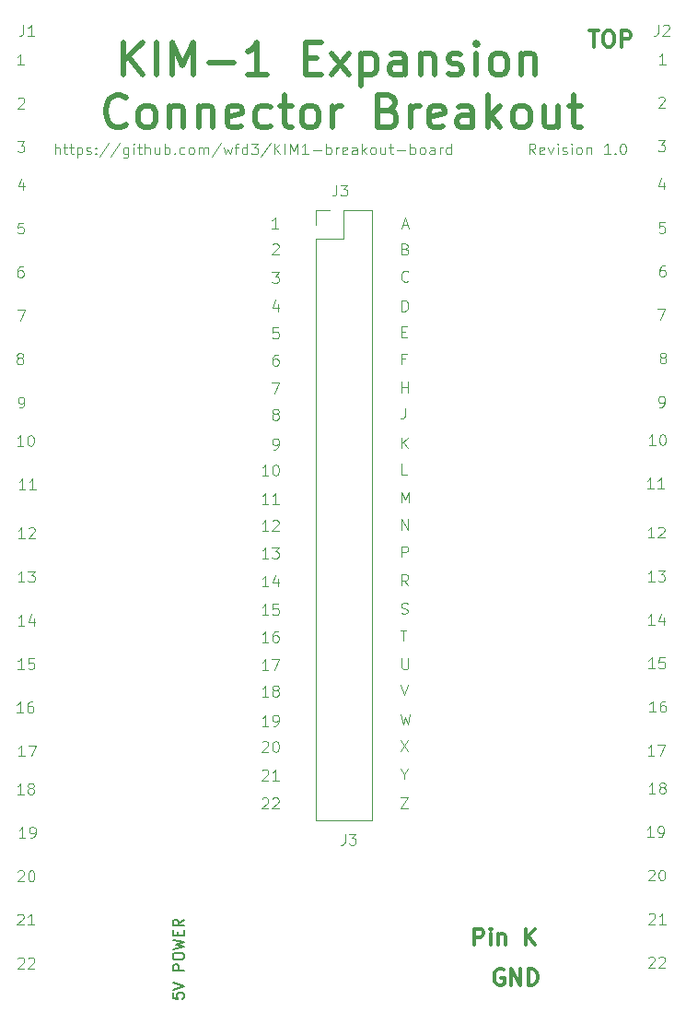
<source format=gbr>
G04 #@! TF.GenerationSoftware,KiCad,Pcbnew,8.0.6-8.0.6-0~ubuntu24.10.1*
G04 #@! TF.CreationDate,2024-10-17T08:48:07-07:00*
G04 #@! TF.ProjectId,kim1breakout,6b696d31-6272-4656-916b-6f75742e6b69,1.3*
G04 #@! TF.SameCoordinates,Original*
G04 #@! TF.FileFunction,Legend,Top*
G04 #@! TF.FilePolarity,Positive*
%FSLAX46Y46*%
G04 Gerber Fmt 4.6, Leading zero omitted, Abs format (unit mm)*
G04 Created by KiCad (PCBNEW 8.0.6-8.0.6-0~ubuntu24.10.1) date 2024-10-17 08:48:07*
%MOMM*%
%LPD*%
G01*
G04 APERTURE LIST*
%ADD10C,0.100000*%
%ADD11C,0.500000*%
%ADD12C,0.125000*%
%ADD13C,0.300000*%
%ADD14C,0.150000*%
%ADD15C,0.120000*%
G04 APERTURE END LIST*
D10*
X151003884Y-112372419D02*
X151003884Y-113181942D01*
X151003884Y-113181942D02*
X151051503Y-113277180D01*
X151051503Y-113277180D02*
X151099122Y-113324800D01*
X151099122Y-113324800D02*
X151194360Y-113372419D01*
X151194360Y-113372419D02*
X151384836Y-113372419D01*
X151384836Y-113372419D02*
X151480074Y-113324800D01*
X151480074Y-113324800D02*
X151527693Y-113277180D01*
X151527693Y-113277180D02*
X151575312Y-113181942D01*
X151575312Y-113181942D02*
X151575312Y-112372419D01*
X139299122Y-89900990D02*
X139203884Y-89853371D01*
X139203884Y-89853371D02*
X139156265Y-89805752D01*
X139156265Y-89805752D02*
X139108646Y-89710514D01*
X139108646Y-89710514D02*
X139108646Y-89662895D01*
X139108646Y-89662895D02*
X139156265Y-89567657D01*
X139156265Y-89567657D02*
X139203884Y-89520038D01*
X139203884Y-89520038D02*
X139299122Y-89472419D01*
X139299122Y-89472419D02*
X139489598Y-89472419D01*
X139489598Y-89472419D02*
X139584836Y-89520038D01*
X139584836Y-89520038D02*
X139632455Y-89567657D01*
X139632455Y-89567657D02*
X139680074Y-89662895D01*
X139680074Y-89662895D02*
X139680074Y-89710514D01*
X139680074Y-89710514D02*
X139632455Y-89805752D01*
X139632455Y-89805752D02*
X139584836Y-89853371D01*
X139584836Y-89853371D02*
X139489598Y-89900990D01*
X139489598Y-89900990D02*
X139299122Y-89900990D01*
X139299122Y-89900990D02*
X139203884Y-89948609D01*
X139203884Y-89948609D02*
X139156265Y-89996228D01*
X139156265Y-89996228D02*
X139108646Y-90091466D01*
X139108646Y-90091466D02*
X139108646Y-90281942D01*
X139108646Y-90281942D02*
X139156265Y-90377180D01*
X139156265Y-90377180D02*
X139203884Y-90424800D01*
X139203884Y-90424800D02*
X139299122Y-90472419D01*
X139299122Y-90472419D02*
X139489598Y-90472419D01*
X139489598Y-90472419D02*
X139584836Y-90424800D01*
X139584836Y-90424800D02*
X139632455Y-90377180D01*
X139632455Y-90377180D02*
X139680074Y-90281942D01*
X139680074Y-90281942D02*
X139680074Y-90091466D01*
X139680074Y-90091466D02*
X139632455Y-89996228D01*
X139632455Y-89996228D02*
X139584836Y-89948609D01*
X139584836Y-89948609D02*
X139489598Y-89900990D01*
X138727693Y-113472419D02*
X138156265Y-113472419D01*
X138441979Y-113472419D02*
X138441979Y-112472419D01*
X138441979Y-112472419D02*
X138346741Y-112615276D01*
X138346741Y-112615276D02*
X138251503Y-112710514D01*
X138251503Y-112710514D02*
X138156265Y-112758133D01*
X139061027Y-112472419D02*
X139727693Y-112472419D01*
X139727693Y-112472419D02*
X139299122Y-113472419D01*
D11*
X125428571Y-58777025D02*
X125428571Y-55777025D01*
X127142857Y-58777025D02*
X125857143Y-57062739D01*
X127142857Y-55777025D02*
X125428571Y-57491310D01*
X128428571Y-58777025D02*
X128428571Y-55777025D01*
X129857142Y-58777025D02*
X129857142Y-55777025D01*
X129857142Y-55777025D02*
X130857142Y-57919882D01*
X130857142Y-57919882D02*
X131857142Y-55777025D01*
X131857142Y-55777025D02*
X131857142Y-58777025D01*
X133285713Y-57634168D02*
X135571428Y-57634168D01*
X138571428Y-58777025D02*
X136857142Y-58777025D01*
X137714285Y-58777025D02*
X137714285Y-55777025D01*
X137714285Y-55777025D02*
X137428571Y-56205596D01*
X137428571Y-56205596D02*
X137142856Y-56491310D01*
X137142856Y-56491310D02*
X136857142Y-56634168D01*
X142142856Y-57205596D02*
X143142856Y-57205596D01*
X143571428Y-58777025D02*
X142142856Y-58777025D01*
X142142856Y-58777025D02*
X142142856Y-55777025D01*
X142142856Y-55777025D02*
X143571428Y-55777025D01*
X144571428Y-58777025D02*
X146142857Y-56777025D01*
X144571428Y-56777025D02*
X146142857Y-58777025D01*
X147285713Y-56777025D02*
X147285713Y-59777025D01*
X147285713Y-56919882D02*
X147571428Y-56777025D01*
X147571428Y-56777025D02*
X148142856Y-56777025D01*
X148142856Y-56777025D02*
X148428570Y-56919882D01*
X148428570Y-56919882D02*
X148571428Y-57062739D01*
X148571428Y-57062739D02*
X148714285Y-57348453D01*
X148714285Y-57348453D02*
X148714285Y-58205596D01*
X148714285Y-58205596D02*
X148571428Y-58491310D01*
X148571428Y-58491310D02*
X148428570Y-58634168D01*
X148428570Y-58634168D02*
X148142856Y-58777025D01*
X148142856Y-58777025D02*
X147571428Y-58777025D01*
X147571428Y-58777025D02*
X147285713Y-58634168D01*
X151285714Y-58777025D02*
X151285714Y-57205596D01*
X151285714Y-57205596D02*
X151142856Y-56919882D01*
X151142856Y-56919882D02*
X150857142Y-56777025D01*
X150857142Y-56777025D02*
X150285714Y-56777025D01*
X150285714Y-56777025D02*
X149999999Y-56919882D01*
X151285714Y-58634168D02*
X150999999Y-58777025D01*
X150999999Y-58777025D02*
X150285714Y-58777025D01*
X150285714Y-58777025D02*
X149999999Y-58634168D01*
X149999999Y-58634168D02*
X149857142Y-58348453D01*
X149857142Y-58348453D02*
X149857142Y-58062739D01*
X149857142Y-58062739D02*
X149999999Y-57777025D01*
X149999999Y-57777025D02*
X150285714Y-57634168D01*
X150285714Y-57634168D02*
X150999999Y-57634168D01*
X150999999Y-57634168D02*
X151285714Y-57491310D01*
X152714285Y-56777025D02*
X152714285Y-58777025D01*
X152714285Y-57062739D02*
X152857142Y-56919882D01*
X152857142Y-56919882D02*
X153142857Y-56777025D01*
X153142857Y-56777025D02*
X153571428Y-56777025D01*
X153571428Y-56777025D02*
X153857142Y-56919882D01*
X153857142Y-56919882D02*
X154000000Y-57205596D01*
X154000000Y-57205596D02*
X154000000Y-58777025D01*
X155285714Y-58634168D02*
X155571428Y-58777025D01*
X155571428Y-58777025D02*
X156142857Y-58777025D01*
X156142857Y-58777025D02*
X156428571Y-58634168D01*
X156428571Y-58634168D02*
X156571428Y-58348453D01*
X156571428Y-58348453D02*
X156571428Y-58205596D01*
X156571428Y-58205596D02*
X156428571Y-57919882D01*
X156428571Y-57919882D02*
X156142857Y-57777025D01*
X156142857Y-57777025D02*
X155714286Y-57777025D01*
X155714286Y-57777025D02*
X155428571Y-57634168D01*
X155428571Y-57634168D02*
X155285714Y-57348453D01*
X155285714Y-57348453D02*
X155285714Y-57205596D01*
X155285714Y-57205596D02*
X155428571Y-56919882D01*
X155428571Y-56919882D02*
X155714286Y-56777025D01*
X155714286Y-56777025D02*
X156142857Y-56777025D01*
X156142857Y-56777025D02*
X156428571Y-56919882D01*
X157857142Y-58777025D02*
X157857142Y-56777025D01*
X157857142Y-55777025D02*
X157714285Y-55919882D01*
X157714285Y-55919882D02*
X157857142Y-56062739D01*
X157857142Y-56062739D02*
X157999999Y-55919882D01*
X157999999Y-55919882D02*
X157857142Y-55777025D01*
X157857142Y-55777025D02*
X157857142Y-56062739D01*
X159714285Y-58777025D02*
X159428570Y-58634168D01*
X159428570Y-58634168D02*
X159285713Y-58491310D01*
X159285713Y-58491310D02*
X159142856Y-58205596D01*
X159142856Y-58205596D02*
X159142856Y-57348453D01*
X159142856Y-57348453D02*
X159285713Y-57062739D01*
X159285713Y-57062739D02*
X159428570Y-56919882D01*
X159428570Y-56919882D02*
X159714285Y-56777025D01*
X159714285Y-56777025D02*
X160142856Y-56777025D01*
X160142856Y-56777025D02*
X160428570Y-56919882D01*
X160428570Y-56919882D02*
X160571428Y-57062739D01*
X160571428Y-57062739D02*
X160714285Y-57348453D01*
X160714285Y-57348453D02*
X160714285Y-58205596D01*
X160714285Y-58205596D02*
X160571428Y-58491310D01*
X160571428Y-58491310D02*
X160428570Y-58634168D01*
X160428570Y-58634168D02*
X160142856Y-58777025D01*
X160142856Y-58777025D02*
X159714285Y-58777025D01*
X161999999Y-56777025D02*
X161999999Y-58777025D01*
X161999999Y-57062739D02*
X162142856Y-56919882D01*
X162142856Y-56919882D02*
X162428571Y-56777025D01*
X162428571Y-56777025D02*
X162857142Y-56777025D01*
X162857142Y-56777025D02*
X163142856Y-56919882D01*
X163142856Y-56919882D02*
X163285714Y-57205596D01*
X163285714Y-57205596D02*
X163285714Y-58777025D01*
X125642855Y-63321142D02*
X125499998Y-63464000D01*
X125499998Y-63464000D02*
X125071426Y-63606857D01*
X125071426Y-63606857D02*
X124785712Y-63606857D01*
X124785712Y-63606857D02*
X124357141Y-63464000D01*
X124357141Y-63464000D02*
X124071426Y-63178285D01*
X124071426Y-63178285D02*
X123928569Y-62892571D01*
X123928569Y-62892571D02*
X123785712Y-62321142D01*
X123785712Y-62321142D02*
X123785712Y-61892571D01*
X123785712Y-61892571D02*
X123928569Y-61321142D01*
X123928569Y-61321142D02*
X124071426Y-61035428D01*
X124071426Y-61035428D02*
X124357141Y-60749714D01*
X124357141Y-60749714D02*
X124785712Y-60606857D01*
X124785712Y-60606857D02*
X125071426Y-60606857D01*
X125071426Y-60606857D02*
X125499998Y-60749714D01*
X125499998Y-60749714D02*
X125642855Y-60892571D01*
X127357141Y-63606857D02*
X127071426Y-63464000D01*
X127071426Y-63464000D02*
X126928569Y-63321142D01*
X126928569Y-63321142D02*
X126785712Y-63035428D01*
X126785712Y-63035428D02*
X126785712Y-62178285D01*
X126785712Y-62178285D02*
X126928569Y-61892571D01*
X126928569Y-61892571D02*
X127071426Y-61749714D01*
X127071426Y-61749714D02*
X127357141Y-61606857D01*
X127357141Y-61606857D02*
X127785712Y-61606857D01*
X127785712Y-61606857D02*
X128071426Y-61749714D01*
X128071426Y-61749714D02*
X128214284Y-61892571D01*
X128214284Y-61892571D02*
X128357141Y-62178285D01*
X128357141Y-62178285D02*
X128357141Y-63035428D01*
X128357141Y-63035428D02*
X128214284Y-63321142D01*
X128214284Y-63321142D02*
X128071426Y-63464000D01*
X128071426Y-63464000D02*
X127785712Y-63606857D01*
X127785712Y-63606857D02*
X127357141Y-63606857D01*
X129642855Y-61606857D02*
X129642855Y-63606857D01*
X129642855Y-61892571D02*
X129785712Y-61749714D01*
X129785712Y-61749714D02*
X130071427Y-61606857D01*
X130071427Y-61606857D02*
X130499998Y-61606857D01*
X130499998Y-61606857D02*
X130785712Y-61749714D01*
X130785712Y-61749714D02*
X130928570Y-62035428D01*
X130928570Y-62035428D02*
X130928570Y-63606857D01*
X132357141Y-61606857D02*
X132357141Y-63606857D01*
X132357141Y-61892571D02*
X132499998Y-61749714D01*
X132499998Y-61749714D02*
X132785713Y-61606857D01*
X132785713Y-61606857D02*
X133214284Y-61606857D01*
X133214284Y-61606857D02*
X133499998Y-61749714D01*
X133499998Y-61749714D02*
X133642856Y-62035428D01*
X133642856Y-62035428D02*
X133642856Y-63606857D01*
X136214284Y-63464000D02*
X135928570Y-63606857D01*
X135928570Y-63606857D02*
X135357142Y-63606857D01*
X135357142Y-63606857D02*
X135071427Y-63464000D01*
X135071427Y-63464000D02*
X134928570Y-63178285D01*
X134928570Y-63178285D02*
X134928570Y-62035428D01*
X134928570Y-62035428D02*
X135071427Y-61749714D01*
X135071427Y-61749714D02*
X135357142Y-61606857D01*
X135357142Y-61606857D02*
X135928570Y-61606857D01*
X135928570Y-61606857D02*
X136214284Y-61749714D01*
X136214284Y-61749714D02*
X136357142Y-62035428D01*
X136357142Y-62035428D02*
X136357142Y-62321142D01*
X136357142Y-62321142D02*
X134928570Y-62606857D01*
X138928571Y-63464000D02*
X138642856Y-63606857D01*
X138642856Y-63606857D02*
X138071428Y-63606857D01*
X138071428Y-63606857D02*
X137785713Y-63464000D01*
X137785713Y-63464000D02*
X137642856Y-63321142D01*
X137642856Y-63321142D02*
X137499999Y-63035428D01*
X137499999Y-63035428D02*
X137499999Y-62178285D01*
X137499999Y-62178285D02*
X137642856Y-61892571D01*
X137642856Y-61892571D02*
X137785713Y-61749714D01*
X137785713Y-61749714D02*
X138071428Y-61606857D01*
X138071428Y-61606857D02*
X138642856Y-61606857D01*
X138642856Y-61606857D02*
X138928571Y-61749714D01*
X139785714Y-61606857D02*
X140928571Y-61606857D01*
X140214285Y-60606857D02*
X140214285Y-63178285D01*
X140214285Y-63178285D02*
X140357142Y-63464000D01*
X140357142Y-63464000D02*
X140642857Y-63606857D01*
X140642857Y-63606857D02*
X140928571Y-63606857D01*
X142357143Y-63606857D02*
X142071428Y-63464000D01*
X142071428Y-63464000D02*
X141928571Y-63321142D01*
X141928571Y-63321142D02*
X141785714Y-63035428D01*
X141785714Y-63035428D02*
X141785714Y-62178285D01*
X141785714Y-62178285D02*
X141928571Y-61892571D01*
X141928571Y-61892571D02*
X142071428Y-61749714D01*
X142071428Y-61749714D02*
X142357143Y-61606857D01*
X142357143Y-61606857D02*
X142785714Y-61606857D01*
X142785714Y-61606857D02*
X143071428Y-61749714D01*
X143071428Y-61749714D02*
X143214286Y-61892571D01*
X143214286Y-61892571D02*
X143357143Y-62178285D01*
X143357143Y-62178285D02*
X143357143Y-63035428D01*
X143357143Y-63035428D02*
X143214286Y-63321142D01*
X143214286Y-63321142D02*
X143071428Y-63464000D01*
X143071428Y-63464000D02*
X142785714Y-63606857D01*
X142785714Y-63606857D02*
X142357143Y-63606857D01*
X144642857Y-63606857D02*
X144642857Y-61606857D01*
X144642857Y-62178285D02*
X144785714Y-61892571D01*
X144785714Y-61892571D02*
X144928572Y-61749714D01*
X144928572Y-61749714D02*
X145214286Y-61606857D01*
X145214286Y-61606857D02*
X145500000Y-61606857D01*
X149785714Y-62035428D02*
X150214286Y-62178285D01*
X150214286Y-62178285D02*
X150357143Y-62321142D01*
X150357143Y-62321142D02*
X150500000Y-62606857D01*
X150500000Y-62606857D02*
X150500000Y-63035428D01*
X150500000Y-63035428D02*
X150357143Y-63321142D01*
X150357143Y-63321142D02*
X150214286Y-63464000D01*
X150214286Y-63464000D02*
X149928571Y-63606857D01*
X149928571Y-63606857D02*
X148785714Y-63606857D01*
X148785714Y-63606857D02*
X148785714Y-60606857D01*
X148785714Y-60606857D02*
X149785714Y-60606857D01*
X149785714Y-60606857D02*
X150071429Y-60749714D01*
X150071429Y-60749714D02*
X150214286Y-60892571D01*
X150214286Y-60892571D02*
X150357143Y-61178285D01*
X150357143Y-61178285D02*
X150357143Y-61464000D01*
X150357143Y-61464000D02*
X150214286Y-61749714D01*
X150214286Y-61749714D02*
X150071429Y-61892571D01*
X150071429Y-61892571D02*
X149785714Y-62035428D01*
X149785714Y-62035428D02*
X148785714Y-62035428D01*
X151785714Y-63606857D02*
X151785714Y-61606857D01*
X151785714Y-62178285D02*
X151928571Y-61892571D01*
X151928571Y-61892571D02*
X152071429Y-61749714D01*
X152071429Y-61749714D02*
X152357143Y-61606857D01*
X152357143Y-61606857D02*
X152642857Y-61606857D01*
X154785714Y-63464000D02*
X154500000Y-63606857D01*
X154500000Y-63606857D02*
X153928572Y-63606857D01*
X153928572Y-63606857D02*
X153642857Y-63464000D01*
X153642857Y-63464000D02*
X153500000Y-63178285D01*
X153500000Y-63178285D02*
X153500000Y-62035428D01*
X153500000Y-62035428D02*
X153642857Y-61749714D01*
X153642857Y-61749714D02*
X153928572Y-61606857D01*
X153928572Y-61606857D02*
X154500000Y-61606857D01*
X154500000Y-61606857D02*
X154785714Y-61749714D01*
X154785714Y-61749714D02*
X154928572Y-62035428D01*
X154928572Y-62035428D02*
X154928572Y-62321142D01*
X154928572Y-62321142D02*
X153500000Y-62606857D01*
X157500001Y-63606857D02*
X157500001Y-62035428D01*
X157500001Y-62035428D02*
X157357143Y-61749714D01*
X157357143Y-61749714D02*
X157071429Y-61606857D01*
X157071429Y-61606857D02*
X156500001Y-61606857D01*
X156500001Y-61606857D02*
X156214286Y-61749714D01*
X157500001Y-63464000D02*
X157214286Y-63606857D01*
X157214286Y-63606857D02*
X156500001Y-63606857D01*
X156500001Y-63606857D02*
X156214286Y-63464000D01*
X156214286Y-63464000D02*
X156071429Y-63178285D01*
X156071429Y-63178285D02*
X156071429Y-62892571D01*
X156071429Y-62892571D02*
X156214286Y-62606857D01*
X156214286Y-62606857D02*
X156500001Y-62464000D01*
X156500001Y-62464000D02*
X157214286Y-62464000D01*
X157214286Y-62464000D02*
X157500001Y-62321142D01*
X158928572Y-63606857D02*
X158928572Y-60606857D01*
X159214287Y-62464000D02*
X160071429Y-63606857D01*
X160071429Y-61606857D02*
X158928572Y-62749714D01*
X161785715Y-63606857D02*
X161500000Y-63464000D01*
X161500000Y-63464000D02*
X161357143Y-63321142D01*
X161357143Y-63321142D02*
X161214286Y-63035428D01*
X161214286Y-63035428D02*
X161214286Y-62178285D01*
X161214286Y-62178285D02*
X161357143Y-61892571D01*
X161357143Y-61892571D02*
X161500000Y-61749714D01*
X161500000Y-61749714D02*
X161785715Y-61606857D01*
X161785715Y-61606857D02*
X162214286Y-61606857D01*
X162214286Y-61606857D02*
X162500000Y-61749714D01*
X162500000Y-61749714D02*
X162642858Y-61892571D01*
X162642858Y-61892571D02*
X162785715Y-62178285D01*
X162785715Y-62178285D02*
X162785715Y-63035428D01*
X162785715Y-63035428D02*
X162642858Y-63321142D01*
X162642858Y-63321142D02*
X162500000Y-63464000D01*
X162500000Y-63464000D02*
X162214286Y-63606857D01*
X162214286Y-63606857D02*
X161785715Y-63606857D01*
X165357144Y-61606857D02*
X165357144Y-63606857D01*
X164071429Y-61606857D02*
X164071429Y-63178285D01*
X164071429Y-63178285D02*
X164214286Y-63464000D01*
X164214286Y-63464000D02*
X164500001Y-63606857D01*
X164500001Y-63606857D02*
X164928572Y-63606857D01*
X164928572Y-63606857D02*
X165214286Y-63464000D01*
X165214286Y-63464000D02*
X165357144Y-63321142D01*
X166357144Y-61606857D02*
X167500001Y-61606857D01*
X166785715Y-60606857D02*
X166785715Y-63178285D01*
X166785715Y-63178285D02*
X166928572Y-63464000D01*
X166928572Y-63464000D02*
X167214287Y-63606857D01*
X167214287Y-63606857D02*
X167500001Y-63606857D01*
D10*
X139584836Y-79805752D02*
X139584836Y-80472419D01*
X139346741Y-79424800D02*
X139108646Y-80139085D01*
X139108646Y-80139085D02*
X139727693Y-80139085D01*
X151337217Y-74748609D02*
X151480074Y-74796228D01*
X151480074Y-74796228D02*
X151527693Y-74843847D01*
X151527693Y-74843847D02*
X151575312Y-74939085D01*
X151575312Y-74939085D02*
X151575312Y-75081942D01*
X151575312Y-75081942D02*
X151527693Y-75177180D01*
X151527693Y-75177180D02*
X151480074Y-75224800D01*
X151480074Y-75224800D02*
X151384836Y-75272419D01*
X151384836Y-75272419D02*
X151003884Y-75272419D01*
X151003884Y-75272419D02*
X151003884Y-74272419D01*
X151003884Y-74272419D02*
X151337217Y-74272419D01*
X151337217Y-74272419D02*
X151432455Y-74320038D01*
X151432455Y-74320038D02*
X151480074Y-74367657D01*
X151480074Y-74367657D02*
X151527693Y-74462895D01*
X151527693Y-74462895D02*
X151527693Y-74558133D01*
X151527693Y-74558133D02*
X151480074Y-74653371D01*
X151480074Y-74653371D02*
X151432455Y-74700990D01*
X151432455Y-74700990D02*
X151337217Y-74748609D01*
X151337217Y-74748609D02*
X151003884Y-74748609D01*
X138156265Y-125267657D02*
X138203884Y-125220038D01*
X138203884Y-125220038D02*
X138299122Y-125172419D01*
X138299122Y-125172419D02*
X138537217Y-125172419D01*
X138537217Y-125172419D02*
X138632455Y-125220038D01*
X138632455Y-125220038D02*
X138680074Y-125267657D01*
X138680074Y-125267657D02*
X138727693Y-125362895D01*
X138727693Y-125362895D02*
X138727693Y-125458133D01*
X138727693Y-125458133D02*
X138680074Y-125600990D01*
X138680074Y-125600990D02*
X138108646Y-126172419D01*
X138108646Y-126172419D02*
X138727693Y-126172419D01*
X139108646Y-125267657D02*
X139156265Y-125220038D01*
X139156265Y-125220038D02*
X139251503Y-125172419D01*
X139251503Y-125172419D02*
X139489598Y-125172419D01*
X139489598Y-125172419D02*
X139584836Y-125220038D01*
X139584836Y-125220038D02*
X139632455Y-125267657D01*
X139632455Y-125267657D02*
X139680074Y-125362895D01*
X139680074Y-125362895D02*
X139680074Y-125458133D01*
X139680074Y-125458133D02*
X139632455Y-125600990D01*
X139632455Y-125600990D02*
X139061027Y-126172419D01*
X139061027Y-126172419D02*
X139680074Y-126172419D01*
D12*
X139621521Y-72871119D02*
X139050093Y-72871119D01*
X139335807Y-72871119D02*
X139335807Y-71871119D01*
X139335807Y-71871119D02*
X139240569Y-72013976D01*
X139240569Y-72013976D02*
X139145331Y-72109214D01*
X139145331Y-72109214D02*
X139050093Y-72156833D01*
D10*
X150908646Y-125172419D02*
X151575312Y-125172419D01*
X151575312Y-125172419D02*
X150908646Y-126172419D01*
X150908646Y-126172419D02*
X151575312Y-126172419D01*
X151003884Y-82348609D02*
X151337217Y-82348609D01*
X151480074Y-82872419D02*
X151003884Y-82872419D01*
X151003884Y-82872419D02*
X151003884Y-81872419D01*
X151003884Y-81872419D02*
X151480074Y-81872419D01*
X163275312Y-66072419D02*
X162941979Y-65596228D01*
X162703884Y-66072419D02*
X162703884Y-65072419D01*
X162703884Y-65072419D02*
X163084836Y-65072419D01*
X163084836Y-65072419D02*
X163180074Y-65120038D01*
X163180074Y-65120038D02*
X163227693Y-65167657D01*
X163227693Y-65167657D02*
X163275312Y-65262895D01*
X163275312Y-65262895D02*
X163275312Y-65405752D01*
X163275312Y-65405752D02*
X163227693Y-65500990D01*
X163227693Y-65500990D02*
X163180074Y-65548609D01*
X163180074Y-65548609D02*
X163084836Y-65596228D01*
X163084836Y-65596228D02*
X162703884Y-65596228D01*
X164084836Y-66024800D02*
X163989598Y-66072419D01*
X163989598Y-66072419D02*
X163799122Y-66072419D01*
X163799122Y-66072419D02*
X163703884Y-66024800D01*
X163703884Y-66024800D02*
X163656265Y-65929561D01*
X163656265Y-65929561D02*
X163656265Y-65548609D01*
X163656265Y-65548609D02*
X163703884Y-65453371D01*
X163703884Y-65453371D02*
X163799122Y-65405752D01*
X163799122Y-65405752D02*
X163989598Y-65405752D01*
X163989598Y-65405752D02*
X164084836Y-65453371D01*
X164084836Y-65453371D02*
X164132455Y-65548609D01*
X164132455Y-65548609D02*
X164132455Y-65643847D01*
X164132455Y-65643847D02*
X163656265Y-65739085D01*
X164465789Y-65405752D02*
X164703884Y-66072419D01*
X164703884Y-66072419D02*
X164941979Y-65405752D01*
X165322932Y-66072419D02*
X165322932Y-65405752D01*
X165322932Y-65072419D02*
X165275313Y-65120038D01*
X165275313Y-65120038D02*
X165322932Y-65167657D01*
X165322932Y-65167657D02*
X165370551Y-65120038D01*
X165370551Y-65120038D02*
X165322932Y-65072419D01*
X165322932Y-65072419D02*
X165322932Y-65167657D01*
X165751503Y-66024800D02*
X165846741Y-66072419D01*
X165846741Y-66072419D02*
X166037217Y-66072419D01*
X166037217Y-66072419D02*
X166132455Y-66024800D01*
X166132455Y-66024800D02*
X166180074Y-65929561D01*
X166180074Y-65929561D02*
X166180074Y-65881942D01*
X166180074Y-65881942D02*
X166132455Y-65786704D01*
X166132455Y-65786704D02*
X166037217Y-65739085D01*
X166037217Y-65739085D02*
X165894360Y-65739085D01*
X165894360Y-65739085D02*
X165799122Y-65691466D01*
X165799122Y-65691466D02*
X165751503Y-65596228D01*
X165751503Y-65596228D02*
X165751503Y-65548609D01*
X165751503Y-65548609D02*
X165799122Y-65453371D01*
X165799122Y-65453371D02*
X165894360Y-65405752D01*
X165894360Y-65405752D02*
X166037217Y-65405752D01*
X166037217Y-65405752D02*
X166132455Y-65453371D01*
X166608646Y-66072419D02*
X166608646Y-65405752D01*
X166608646Y-65072419D02*
X166561027Y-65120038D01*
X166561027Y-65120038D02*
X166608646Y-65167657D01*
X166608646Y-65167657D02*
X166656265Y-65120038D01*
X166656265Y-65120038D02*
X166608646Y-65072419D01*
X166608646Y-65072419D02*
X166608646Y-65167657D01*
X167227693Y-66072419D02*
X167132455Y-66024800D01*
X167132455Y-66024800D02*
X167084836Y-65977180D01*
X167084836Y-65977180D02*
X167037217Y-65881942D01*
X167037217Y-65881942D02*
X167037217Y-65596228D01*
X167037217Y-65596228D02*
X167084836Y-65500990D01*
X167084836Y-65500990D02*
X167132455Y-65453371D01*
X167132455Y-65453371D02*
X167227693Y-65405752D01*
X167227693Y-65405752D02*
X167370550Y-65405752D01*
X167370550Y-65405752D02*
X167465788Y-65453371D01*
X167465788Y-65453371D02*
X167513407Y-65500990D01*
X167513407Y-65500990D02*
X167561026Y-65596228D01*
X167561026Y-65596228D02*
X167561026Y-65881942D01*
X167561026Y-65881942D02*
X167513407Y-65977180D01*
X167513407Y-65977180D02*
X167465788Y-66024800D01*
X167465788Y-66024800D02*
X167370550Y-66072419D01*
X167370550Y-66072419D02*
X167227693Y-66072419D01*
X167989598Y-65405752D02*
X167989598Y-66072419D01*
X167989598Y-65500990D02*
X168037217Y-65453371D01*
X168037217Y-65453371D02*
X168132455Y-65405752D01*
X168132455Y-65405752D02*
X168275312Y-65405752D01*
X168275312Y-65405752D02*
X168370550Y-65453371D01*
X168370550Y-65453371D02*
X168418169Y-65548609D01*
X168418169Y-65548609D02*
X168418169Y-66072419D01*
X170180074Y-66072419D02*
X169608646Y-66072419D01*
X169894360Y-66072419D02*
X169894360Y-65072419D01*
X169894360Y-65072419D02*
X169799122Y-65215276D01*
X169799122Y-65215276D02*
X169703884Y-65310514D01*
X169703884Y-65310514D02*
X169608646Y-65358133D01*
X170608646Y-65977180D02*
X170656265Y-66024800D01*
X170656265Y-66024800D02*
X170608646Y-66072419D01*
X170608646Y-66072419D02*
X170561027Y-66024800D01*
X170561027Y-66024800D02*
X170608646Y-65977180D01*
X170608646Y-65977180D02*
X170608646Y-66072419D01*
X171275312Y-65072419D02*
X171370550Y-65072419D01*
X171370550Y-65072419D02*
X171465788Y-65120038D01*
X171465788Y-65120038D02*
X171513407Y-65167657D01*
X171513407Y-65167657D02*
X171561026Y-65262895D01*
X171561026Y-65262895D02*
X171608645Y-65453371D01*
X171608645Y-65453371D02*
X171608645Y-65691466D01*
X171608645Y-65691466D02*
X171561026Y-65881942D01*
X171561026Y-65881942D02*
X171513407Y-65977180D01*
X171513407Y-65977180D02*
X171465788Y-66024800D01*
X171465788Y-66024800D02*
X171370550Y-66072419D01*
X171370550Y-66072419D02*
X171275312Y-66072419D01*
X171275312Y-66072419D02*
X171180074Y-66024800D01*
X171180074Y-66024800D02*
X171132455Y-65977180D01*
X171132455Y-65977180D02*
X171084836Y-65881942D01*
X171084836Y-65881942D02*
X171037217Y-65691466D01*
X171037217Y-65691466D02*
X171037217Y-65453371D01*
X171037217Y-65453371D02*
X171084836Y-65262895D01*
X171084836Y-65262895D02*
X171132455Y-65167657D01*
X171132455Y-65167657D02*
X171180074Y-65120038D01*
X171180074Y-65120038D02*
X171275312Y-65072419D01*
X139108646Y-74367657D02*
X139156265Y-74320038D01*
X139156265Y-74320038D02*
X139251503Y-74272419D01*
X139251503Y-74272419D02*
X139489598Y-74272419D01*
X139489598Y-74272419D02*
X139584836Y-74320038D01*
X139584836Y-74320038D02*
X139632455Y-74367657D01*
X139632455Y-74367657D02*
X139680074Y-74462895D01*
X139680074Y-74462895D02*
X139680074Y-74558133D01*
X139680074Y-74558133D02*
X139632455Y-74700990D01*
X139632455Y-74700990D02*
X139061027Y-75272419D01*
X139061027Y-75272419D02*
X139680074Y-75272419D01*
X150908646Y-117472419D02*
X151146741Y-118472419D01*
X151146741Y-118472419D02*
X151337217Y-117758133D01*
X151337217Y-117758133D02*
X151527693Y-118472419D01*
X151527693Y-118472419D02*
X151765789Y-117472419D01*
X150956265Y-108224800D02*
X151099122Y-108272419D01*
X151099122Y-108272419D02*
X151337217Y-108272419D01*
X151337217Y-108272419D02*
X151432455Y-108224800D01*
X151432455Y-108224800D02*
X151480074Y-108177180D01*
X151480074Y-108177180D02*
X151527693Y-108081942D01*
X151527693Y-108081942D02*
X151527693Y-107986704D01*
X151527693Y-107986704D02*
X151480074Y-107891466D01*
X151480074Y-107891466D02*
X151432455Y-107843847D01*
X151432455Y-107843847D02*
X151337217Y-107796228D01*
X151337217Y-107796228D02*
X151146741Y-107748609D01*
X151146741Y-107748609D02*
X151051503Y-107700990D01*
X151051503Y-107700990D02*
X151003884Y-107653371D01*
X151003884Y-107653371D02*
X150956265Y-107558133D01*
X150956265Y-107558133D02*
X150956265Y-107462895D01*
X150956265Y-107462895D02*
X151003884Y-107367657D01*
X151003884Y-107367657D02*
X151051503Y-107320038D01*
X151051503Y-107320038D02*
X151146741Y-107272419D01*
X151146741Y-107272419D02*
X151384836Y-107272419D01*
X151384836Y-107272419D02*
X151527693Y-107320038D01*
X119103884Y-66072419D02*
X119103884Y-65072419D01*
X119532455Y-66072419D02*
X119532455Y-65548609D01*
X119532455Y-65548609D02*
X119484836Y-65453371D01*
X119484836Y-65453371D02*
X119389598Y-65405752D01*
X119389598Y-65405752D02*
X119246741Y-65405752D01*
X119246741Y-65405752D02*
X119151503Y-65453371D01*
X119151503Y-65453371D02*
X119103884Y-65500990D01*
X119865789Y-65405752D02*
X120246741Y-65405752D01*
X120008646Y-65072419D02*
X120008646Y-65929561D01*
X120008646Y-65929561D02*
X120056265Y-66024800D01*
X120056265Y-66024800D02*
X120151503Y-66072419D01*
X120151503Y-66072419D02*
X120246741Y-66072419D01*
X120437218Y-65405752D02*
X120818170Y-65405752D01*
X120580075Y-65072419D02*
X120580075Y-65929561D01*
X120580075Y-65929561D02*
X120627694Y-66024800D01*
X120627694Y-66024800D02*
X120722932Y-66072419D01*
X120722932Y-66072419D02*
X120818170Y-66072419D01*
X121151504Y-65405752D02*
X121151504Y-66405752D01*
X121151504Y-65453371D02*
X121246742Y-65405752D01*
X121246742Y-65405752D02*
X121437218Y-65405752D01*
X121437218Y-65405752D02*
X121532456Y-65453371D01*
X121532456Y-65453371D02*
X121580075Y-65500990D01*
X121580075Y-65500990D02*
X121627694Y-65596228D01*
X121627694Y-65596228D02*
X121627694Y-65881942D01*
X121627694Y-65881942D02*
X121580075Y-65977180D01*
X121580075Y-65977180D02*
X121532456Y-66024800D01*
X121532456Y-66024800D02*
X121437218Y-66072419D01*
X121437218Y-66072419D02*
X121246742Y-66072419D01*
X121246742Y-66072419D02*
X121151504Y-66024800D01*
X122008647Y-66024800D02*
X122103885Y-66072419D01*
X122103885Y-66072419D02*
X122294361Y-66072419D01*
X122294361Y-66072419D02*
X122389599Y-66024800D01*
X122389599Y-66024800D02*
X122437218Y-65929561D01*
X122437218Y-65929561D02*
X122437218Y-65881942D01*
X122437218Y-65881942D02*
X122389599Y-65786704D01*
X122389599Y-65786704D02*
X122294361Y-65739085D01*
X122294361Y-65739085D02*
X122151504Y-65739085D01*
X122151504Y-65739085D02*
X122056266Y-65691466D01*
X122056266Y-65691466D02*
X122008647Y-65596228D01*
X122008647Y-65596228D02*
X122008647Y-65548609D01*
X122008647Y-65548609D02*
X122056266Y-65453371D01*
X122056266Y-65453371D02*
X122151504Y-65405752D01*
X122151504Y-65405752D02*
X122294361Y-65405752D01*
X122294361Y-65405752D02*
X122389599Y-65453371D01*
X122865790Y-65977180D02*
X122913409Y-66024800D01*
X122913409Y-66024800D02*
X122865790Y-66072419D01*
X122865790Y-66072419D02*
X122818171Y-66024800D01*
X122818171Y-66024800D02*
X122865790Y-65977180D01*
X122865790Y-65977180D02*
X122865790Y-66072419D01*
X122865790Y-65453371D02*
X122913409Y-65500990D01*
X122913409Y-65500990D02*
X122865790Y-65548609D01*
X122865790Y-65548609D02*
X122818171Y-65500990D01*
X122818171Y-65500990D02*
X122865790Y-65453371D01*
X122865790Y-65453371D02*
X122865790Y-65548609D01*
X124056265Y-65024800D02*
X123199123Y-66310514D01*
X125103884Y-65024800D02*
X124246742Y-66310514D01*
X125865789Y-65405752D02*
X125865789Y-66215276D01*
X125865789Y-66215276D02*
X125818170Y-66310514D01*
X125818170Y-66310514D02*
X125770551Y-66358133D01*
X125770551Y-66358133D02*
X125675313Y-66405752D01*
X125675313Y-66405752D02*
X125532456Y-66405752D01*
X125532456Y-66405752D02*
X125437218Y-66358133D01*
X125865789Y-66024800D02*
X125770551Y-66072419D01*
X125770551Y-66072419D02*
X125580075Y-66072419D01*
X125580075Y-66072419D02*
X125484837Y-66024800D01*
X125484837Y-66024800D02*
X125437218Y-65977180D01*
X125437218Y-65977180D02*
X125389599Y-65881942D01*
X125389599Y-65881942D02*
X125389599Y-65596228D01*
X125389599Y-65596228D02*
X125437218Y-65500990D01*
X125437218Y-65500990D02*
X125484837Y-65453371D01*
X125484837Y-65453371D02*
X125580075Y-65405752D01*
X125580075Y-65405752D02*
X125770551Y-65405752D01*
X125770551Y-65405752D02*
X125865789Y-65453371D01*
X126341980Y-66072419D02*
X126341980Y-65405752D01*
X126341980Y-65072419D02*
X126294361Y-65120038D01*
X126294361Y-65120038D02*
X126341980Y-65167657D01*
X126341980Y-65167657D02*
X126389599Y-65120038D01*
X126389599Y-65120038D02*
X126341980Y-65072419D01*
X126341980Y-65072419D02*
X126341980Y-65167657D01*
X126675313Y-65405752D02*
X127056265Y-65405752D01*
X126818170Y-65072419D02*
X126818170Y-65929561D01*
X126818170Y-65929561D02*
X126865789Y-66024800D01*
X126865789Y-66024800D02*
X126961027Y-66072419D01*
X126961027Y-66072419D02*
X127056265Y-66072419D01*
X127389599Y-66072419D02*
X127389599Y-65072419D01*
X127818170Y-66072419D02*
X127818170Y-65548609D01*
X127818170Y-65548609D02*
X127770551Y-65453371D01*
X127770551Y-65453371D02*
X127675313Y-65405752D01*
X127675313Y-65405752D02*
X127532456Y-65405752D01*
X127532456Y-65405752D02*
X127437218Y-65453371D01*
X127437218Y-65453371D02*
X127389599Y-65500990D01*
X128722932Y-65405752D02*
X128722932Y-66072419D01*
X128294361Y-65405752D02*
X128294361Y-65929561D01*
X128294361Y-65929561D02*
X128341980Y-66024800D01*
X128341980Y-66024800D02*
X128437218Y-66072419D01*
X128437218Y-66072419D02*
X128580075Y-66072419D01*
X128580075Y-66072419D02*
X128675313Y-66024800D01*
X128675313Y-66024800D02*
X128722932Y-65977180D01*
X129199123Y-66072419D02*
X129199123Y-65072419D01*
X129199123Y-65453371D02*
X129294361Y-65405752D01*
X129294361Y-65405752D02*
X129484837Y-65405752D01*
X129484837Y-65405752D02*
X129580075Y-65453371D01*
X129580075Y-65453371D02*
X129627694Y-65500990D01*
X129627694Y-65500990D02*
X129675313Y-65596228D01*
X129675313Y-65596228D02*
X129675313Y-65881942D01*
X129675313Y-65881942D02*
X129627694Y-65977180D01*
X129627694Y-65977180D02*
X129580075Y-66024800D01*
X129580075Y-66024800D02*
X129484837Y-66072419D01*
X129484837Y-66072419D02*
X129294361Y-66072419D01*
X129294361Y-66072419D02*
X129199123Y-66024800D01*
X130103885Y-65977180D02*
X130151504Y-66024800D01*
X130151504Y-66024800D02*
X130103885Y-66072419D01*
X130103885Y-66072419D02*
X130056266Y-66024800D01*
X130056266Y-66024800D02*
X130103885Y-65977180D01*
X130103885Y-65977180D02*
X130103885Y-66072419D01*
X131008646Y-66024800D02*
X130913408Y-66072419D01*
X130913408Y-66072419D02*
X130722932Y-66072419D01*
X130722932Y-66072419D02*
X130627694Y-66024800D01*
X130627694Y-66024800D02*
X130580075Y-65977180D01*
X130580075Y-65977180D02*
X130532456Y-65881942D01*
X130532456Y-65881942D02*
X130532456Y-65596228D01*
X130532456Y-65596228D02*
X130580075Y-65500990D01*
X130580075Y-65500990D02*
X130627694Y-65453371D01*
X130627694Y-65453371D02*
X130722932Y-65405752D01*
X130722932Y-65405752D02*
X130913408Y-65405752D01*
X130913408Y-65405752D02*
X131008646Y-65453371D01*
X131580075Y-66072419D02*
X131484837Y-66024800D01*
X131484837Y-66024800D02*
X131437218Y-65977180D01*
X131437218Y-65977180D02*
X131389599Y-65881942D01*
X131389599Y-65881942D02*
X131389599Y-65596228D01*
X131389599Y-65596228D02*
X131437218Y-65500990D01*
X131437218Y-65500990D02*
X131484837Y-65453371D01*
X131484837Y-65453371D02*
X131580075Y-65405752D01*
X131580075Y-65405752D02*
X131722932Y-65405752D01*
X131722932Y-65405752D02*
X131818170Y-65453371D01*
X131818170Y-65453371D02*
X131865789Y-65500990D01*
X131865789Y-65500990D02*
X131913408Y-65596228D01*
X131913408Y-65596228D02*
X131913408Y-65881942D01*
X131913408Y-65881942D02*
X131865789Y-65977180D01*
X131865789Y-65977180D02*
X131818170Y-66024800D01*
X131818170Y-66024800D02*
X131722932Y-66072419D01*
X131722932Y-66072419D02*
X131580075Y-66072419D01*
X132341980Y-66072419D02*
X132341980Y-65405752D01*
X132341980Y-65500990D02*
X132389599Y-65453371D01*
X132389599Y-65453371D02*
X132484837Y-65405752D01*
X132484837Y-65405752D02*
X132627694Y-65405752D01*
X132627694Y-65405752D02*
X132722932Y-65453371D01*
X132722932Y-65453371D02*
X132770551Y-65548609D01*
X132770551Y-65548609D02*
X132770551Y-66072419D01*
X132770551Y-65548609D02*
X132818170Y-65453371D01*
X132818170Y-65453371D02*
X132913408Y-65405752D01*
X132913408Y-65405752D02*
X133056265Y-65405752D01*
X133056265Y-65405752D02*
X133151504Y-65453371D01*
X133151504Y-65453371D02*
X133199123Y-65548609D01*
X133199123Y-65548609D02*
X133199123Y-66072419D01*
X134389598Y-65024800D02*
X133532456Y-66310514D01*
X134627694Y-65405752D02*
X134818170Y-66072419D01*
X134818170Y-66072419D02*
X135008646Y-65596228D01*
X135008646Y-65596228D02*
X135199122Y-66072419D01*
X135199122Y-66072419D02*
X135389598Y-65405752D01*
X135627694Y-65405752D02*
X136008646Y-65405752D01*
X135770551Y-66072419D02*
X135770551Y-65215276D01*
X135770551Y-65215276D02*
X135818170Y-65120038D01*
X135818170Y-65120038D02*
X135913408Y-65072419D01*
X135913408Y-65072419D02*
X136008646Y-65072419D01*
X136770551Y-66072419D02*
X136770551Y-65072419D01*
X136770551Y-66024800D02*
X136675313Y-66072419D01*
X136675313Y-66072419D02*
X136484837Y-66072419D01*
X136484837Y-66072419D02*
X136389599Y-66024800D01*
X136389599Y-66024800D02*
X136341980Y-65977180D01*
X136341980Y-65977180D02*
X136294361Y-65881942D01*
X136294361Y-65881942D02*
X136294361Y-65596228D01*
X136294361Y-65596228D02*
X136341980Y-65500990D01*
X136341980Y-65500990D02*
X136389599Y-65453371D01*
X136389599Y-65453371D02*
X136484837Y-65405752D01*
X136484837Y-65405752D02*
X136675313Y-65405752D01*
X136675313Y-65405752D02*
X136770551Y-65453371D01*
X137151504Y-65072419D02*
X137770551Y-65072419D01*
X137770551Y-65072419D02*
X137437218Y-65453371D01*
X137437218Y-65453371D02*
X137580075Y-65453371D01*
X137580075Y-65453371D02*
X137675313Y-65500990D01*
X137675313Y-65500990D02*
X137722932Y-65548609D01*
X137722932Y-65548609D02*
X137770551Y-65643847D01*
X137770551Y-65643847D02*
X137770551Y-65881942D01*
X137770551Y-65881942D02*
X137722932Y-65977180D01*
X137722932Y-65977180D02*
X137675313Y-66024800D01*
X137675313Y-66024800D02*
X137580075Y-66072419D01*
X137580075Y-66072419D02*
X137294361Y-66072419D01*
X137294361Y-66072419D02*
X137199123Y-66024800D01*
X137199123Y-66024800D02*
X137151504Y-65977180D01*
X138913408Y-65024800D02*
X138056266Y-66310514D01*
X139246742Y-66072419D02*
X139246742Y-65072419D01*
X139818170Y-66072419D02*
X139389599Y-65500990D01*
X139818170Y-65072419D02*
X139246742Y-65643847D01*
X140246742Y-66072419D02*
X140246742Y-65072419D01*
X140722932Y-66072419D02*
X140722932Y-65072419D01*
X140722932Y-65072419D02*
X141056265Y-65786704D01*
X141056265Y-65786704D02*
X141389598Y-65072419D01*
X141389598Y-65072419D02*
X141389598Y-66072419D01*
X142389598Y-66072419D02*
X141818170Y-66072419D01*
X142103884Y-66072419D02*
X142103884Y-65072419D01*
X142103884Y-65072419D02*
X142008646Y-65215276D01*
X142008646Y-65215276D02*
X141913408Y-65310514D01*
X141913408Y-65310514D02*
X141818170Y-65358133D01*
X142818170Y-65691466D02*
X143580075Y-65691466D01*
X144056265Y-66072419D02*
X144056265Y-65072419D01*
X144056265Y-65453371D02*
X144151503Y-65405752D01*
X144151503Y-65405752D02*
X144341979Y-65405752D01*
X144341979Y-65405752D02*
X144437217Y-65453371D01*
X144437217Y-65453371D02*
X144484836Y-65500990D01*
X144484836Y-65500990D02*
X144532455Y-65596228D01*
X144532455Y-65596228D02*
X144532455Y-65881942D01*
X144532455Y-65881942D02*
X144484836Y-65977180D01*
X144484836Y-65977180D02*
X144437217Y-66024800D01*
X144437217Y-66024800D02*
X144341979Y-66072419D01*
X144341979Y-66072419D02*
X144151503Y-66072419D01*
X144151503Y-66072419D02*
X144056265Y-66024800D01*
X144961027Y-66072419D02*
X144961027Y-65405752D01*
X144961027Y-65596228D02*
X145008646Y-65500990D01*
X145008646Y-65500990D02*
X145056265Y-65453371D01*
X145056265Y-65453371D02*
X145151503Y-65405752D01*
X145151503Y-65405752D02*
X145246741Y-65405752D01*
X145961027Y-66024800D02*
X145865789Y-66072419D01*
X145865789Y-66072419D02*
X145675313Y-66072419D01*
X145675313Y-66072419D02*
X145580075Y-66024800D01*
X145580075Y-66024800D02*
X145532456Y-65929561D01*
X145532456Y-65929561D02*
X145532456Y-65548609D01*
X145532456Y-65548609D02*
X145580075Y-65453371D01*
X145580075Y-65453371D02*
X145675313Y-65405752D01*
X145675313Y-65405752D02*
X145865789Y-65405752D01*
X145865789Y-65405752D02*
X145961027Y-65453371D01*
X145961027Y-65453371D02*
X146008646Y-65548609D01*
X146008646Y-65548609D02*
X146008646Y-65643847D01*
X146008646Y-65643847D02*
X145532456Y-65739085D01*
X146865789Y-66072419D02*
X146865789Y-65548609D01*
X146865789Y-65548609D02*
X146818170Y-65453371D01*
X146818170Y-65453371D02*
X146722932Y-65405752D01*
X146722932Y-65405752D02*
X146532456Y-65405752D01*
X146532456Y-65405752D02*
X146437218Y-65453371D01*
X146865789Y-66024800D02*
X146770551Y-66072419D01*
X146770551Y-66072419D02*
X146532456Y-66072419D01*
X146532456Y-66072419D02*
X146437218Y-66024800D01*
X146437218Y-66024800D02*
X146389599Y-65929561D01*
X146389599Y-65929561D02*
X146389599Y-65834323D01*
X146389599Y-65834323D02*
X146437218Y-65739085D01*
X146437218Y-65739085D02*
X146532456Y-65691466D01*
X146532456Y-65691466D02*
X146770551Y-65691466D01*
X146770551Y-65691466D02*
X146865789Y-65643847D01*
X147341980Y-66072419D02*
X147341980Y-65072419D01*
X147437218Y-65691466D02*
X147722932Y-66072419D01*
X147722932Y-65405752D02*
X147341980Y-65786704D01*
X148294361Y-66072419D02*
X148199123Y-66024800D01*
X148199123Y-66024800D02*
X148151504Y-65977180D01*
X148151504Y-65977180D02*
X148103885Y-65881942D01*
X148103885Y-65881942D02*
X148103885Y-65596228D01*
X148103885Y-65596228D02*
X148151504Y-65500990D01*
X148151504Y-65500990D02*
X148199123Y-65453371D01*
X148199123Y-65453371D02*
X148294361Y-65405752D01*
X148294361Y-65405752D02*
X148437218Y-65405752D01*
X148437218Y-65405752D02*
X148532456Y-65453371D01*
X148532456Y-65453371D02*
X148580075Y-65500990D01*
X148580075Y-65500990D02*
X148627694Y-65596228D01*
X148627694Y-65596228D02*
X148627694Y-65881942D01*
X148627694Y-65881942D02*
X148580075Y-65977180D01*
X148580075Y-65977180D02*
X148532456Y-66024800D01*
X148532456Y-66024800D02*
X148437218Y-66072419D01*
X148437218Y-66072419D02*
X148294361Y-66072419D01*
X149484837Y-65405752D02*
X149484837Y-66072419D01*
X149056266Y-65405752D02*
X149056266Y-65929561D01*
X149056266Y-65929561D02*
X149103885Y-66024800D01*
X149103885Y-66024800D02*
X149199123Y-66072419D01*
X149199123Y-66072419D02*
X149341980Y-66072419D01*
X149341980Y-66072419D02*
X149437218Y-66024800D01*
X149437218Y-66024800D02*
X149484837Y-65977180D01*
X149818171Y-65405752D02*
X150199123Y-65405752D01*
X149961028Y-65072419D02*
X149961028Y-65929561D01*
X149961028Y-65929561D02*
X150008647Y-66024800D01*
X150008647Y-66024800D02*
X150103885Y-66072419D01*
X150103885Y-66072419D02*
X150199123Y-66072419D01*
X150532457Y-65691466D02*
X151294362Y-65691466D01*
X151770552Y-66072419D02*
X151770552Y-65072419D01*
X151770552Y-65453371D02*
X151865790Y-65405752D01*
X151865790Y-65405752D02*
X152056266Y-65405752D01*
X152056266Y-65405752D02*
X152151504Y-65453371D01*
X152151504Y-65453371D02*
X152199123Y-65500990D01*
X152199123Y-65500990D02*
X152246742Y-65596228D01*
X152246742Y-65596228D02*
X152246742Y-65881942D01*
X152246742Y-65881942D02*
X152199123Y-65977180D01*
X152199123Y-65977180D02*
X152151504Y-66024800D01*
X152151504Y-66024800D02*
X152056266Y-66072419D01*
X152056266Y-66072419D02*
X151865790Y-66072419D01*
X151865790Y-66072419D02*
X151770552Y-66024800D01*
X152818171Y-66072419D02*
X152722933Y-66024800D01*
X152722933Y-66024800D02*
X152675314Y-65977180D01*
X152675314Y-65977180D02*
X152627695Y-65881942D01*
X152627695Y-65881942D02*
X152627695Y-65596228D01*
X152627695Y-65596228D02*
X152675314Y-65500990D01*
X152675314Y-65500990D02*
X152722933Y-65453371D01*
X152722933Y-65453371D02*
X152818171Y-65405752D01*
X152818171Y-65405752D02*
X152961028Y-65405752D01*
X152961028Y-65405752D02*
X153056266Y-65453371D01*
X153056266Y-65453371D02*
X153103885Y-65500990D01*
X153103885Y-65500990D02*
X153151504Y-65596228D01*
X153151504Y-65596228D02*
X153151504Y-65881942D01*
X153151504Y-65881942D02*
X153103885Y-65977180D01*
X153103885Y-65977180D02*
X153056266Y-66024800D01*
X153056266Y-66024800D02*
X152961028Y-66072419D01*
X152961028Y-66072419D02*
X152818171Y-66072419D01*
X154008647Y-66072419D02*
X154008647Y-65548609D01*
X154008647Y-65548609D02*
X153961028Y-65453371D01*
X153961028Y-65453371D02*
X153865790Y-65405752D01*
X153865790Y-65405752D02*
X153675314Y-65405752D01*
X153675314Y-65405752D02*
X153580076Y-65453371D01*
X154008647Y-66024800D02*
X153913409Y-66072419D01*
X153913409Y-66072419D02*
X153675314Y-66072419D01*
X153675314Y-66072419D02*
X153580076Y-66024800D01*
X153580076Y-66024800D02*
X153532457Y-65929561D01*
X153532457Y-65929561D02*
X153532457Y-65834323D01*
X153532457Y-65834323D02*
X153580076Y-65739085D01*
X153580076Y-65739085D02*
X153675314Y-65691466D01*
X153675314Y-65691466D02*
X153913409Y-65691466D01*
X153913409Y-65691466D02*
X154008647Y-65643847D01*
X154484838Y-66072419D02*
X154484838Y-65405752D01*
X154484838Y-65596228D02*
X154532457Y-65500990D01*
X154532457Y-65500990D02*
X154580076Y-65453371D01*
X154580076Y-65453371D02*
X154675314Y-65405752D01*
X154675314Y-65405752D02*
X154770552Y-65405752D01*
X155532457Y-66072419D02*
X155532457Y-65072419D01*
X155532457Y-66024800D02*
X155437219Y-66072419D01*
X155437219Y-66072419D02*
X155246743Y-66072419D01*
X155246743Y-66072419D02*
X155151505Y-66024800D01*
X155151505Y-66024800D02*
X155103886Y-65977180D01*
X155103886Y-65977180D02*
X155056267Y-65881942D01*
X155056267Y-65881942D02*
X155056267Y-65596228D01*
X155056267Y-65596228D02*
X155103886Y-65500990D01*
X155103886Y-65500990D02*
X155151505Y-65453371D01*
X155151505Y-65453371D02*
X155246743Y-65405752D01*
X155246743Y-65405752D02*
X155437219Y-65405752D01*
X155437219Y-65405752D02*
X155532457Y-65453371D01*
X139203884Y-93172419D02*
X139394360Y-93172419D01*
X139394360Y-93172419D02*
X139489598Y-93124800D01*
X139489598Y-93124800D02*
X139537217Y-93077180D01*
X139537217Y-93077180D02*
X139632455Y-92934323D01*
X139632455Y-92934323D02*
X139680074Y-92743847D01*
X139680074Y-92743847D02*
X139680074Y-92362895D01*
X139680074Y-92362895D02*
X139632455Y-92267657D01*
X139632455Y-92267657D02*
X139584836Y-92220038D01*
X139584836Y-92220038D02*
X139489598Y-92172419D01*
X139489598Y-92172419D02*
X139299122Y-92172419D01*
X139299122Y-92172419D02*
X139203884Y-92220038D01*
X139203884Y-92220038D02*
X139156265Y-92267657D01*
X139156265Y-92267657D02*
X139108646Y-92362895D01*
X139108646Y-92362895D02*
X139108646Y-92600990D01*
X139108646Y-92600990D02*
X139156265Y-92696228D01*
X139156265Y-92696228D02*
X139203884Y-92743847D01*
X139203884Y-92743847D02*
X139299122Y-92791466D01*
X139299122Y-92791466D02*
X139489598Y-92791466D01*
X139489598Y-92791466D02*
X139584836Y-92743847D01*
X139584836Y-92743847D02*
X139632455Y-92696228D01*
X139632455Y-92696228D02*
X139680074Y-92600990D01*
X151003884Y-103072419D02*
X151003884Y-102072419D01*
X151003884Y-102072419D02*
X151384836Y-102072419D01*
X151384836Y-102072419D02*
X151480074Y-102120038D01*
X151480074Y-102120038D02*
X151527693Y-102167657D01*
X151527693Y-102167657D02*
X151575312Y-102262895D01*
X151575312Y-102262895D02*
X151575312Y-102405752D01*
X151575312Y-102405752D02*
X151527693Y-102500990D01*
X151527693Y-102500990D02*
X151480074Y-102548609D01*
X151480074Y-102548609D02*
X151384836Y-102596228D01*
X151384836Y-102596228D02*
X151003884Y-102596228D01*
X150861027Y-114772419D02*
X151194360Y-115772419D01*
X151194360Y-115772419D02*
X151527693Y-114772419D01*
X151003884Y-80472419D02*
X151003884Y-79472419D01*
X151003884Y-79472419D02*
X151241979Y-79472419D01*
X151241979Y-79472419D02*
X151384836Y-79520038D01*
X151384836Y-79520038D02*
X151480074Y-79615276D01*
X151480074Y-79615276D02*
X151527693Y-79710514D01*
X151527693Y-79710514D02*
X151575312Y-79900990D01*
X151575312Y-79900990D02*
X151575312Y-80043847D01*
X151575312Y-80043847D02*
X151527693Y-80234323D01*
X151527693Y-80234323D02*
X151480074Y-80329561D01*
X151480074Y-80329561D02*
X151384836Y-80424800D01*
X151384836Y-80424800D02*
X151241979Y-80472419D01*
X151241979Y-80472419D02*
X151003884Y-80472419D01*
X138727693Y-115872419D02*
X138156265Y-115872419D01*
X138441979Y-115872419D02*
X138441979Y-114872419D01*
X138441979Y-114872419D02*
X138346741Y-115015276D01*
X138346741Y-115015276D02*
X138251503Y-115110514D01*
X138251503Y-115110514D02*
X138156265Y-115158133D01*
X139299122Y-115300990D02*
X139203884Y-115253371D01*
X139203884Y-115253371D02*
X139156265Y-115205752D01*
X139156265Y-115205752D02*
X139108646Y-115110514D01*
X139108646Y-115110514D02*
X139108646Y-115062895D01*
X139108646Y-115062895D02*
X139156265Y-114967657D01*
X139156265Y-114967657D02*
X139203884Y-114920038D01*
X139203884Y-114920038D02*
X139299122Y-114872419D01*
X139299122Y-114872419D02*
X139489598Y-114872419D01*
X139489598Y-114872419D02*
X139584836Y-114920038D01*
X139584836Y-114920038D02*
X139632455Y-114967657D01*
X139632455Y-114967657D02*
X139680074Y-115062895D01*
X139680074Y-115062895D02*
X139680074Y-115110514D01*
X139680074Y-115110514D02*
X139632455Y-115205752D01*
X139632455Y-115205752D02*
X139584836Y-115253371D01*
X139584836Y-115253371D02*
X139489598Y-115300990D01*
X139489598Y-115300990D02*
X139299122Y-115300990D01*
X139299122Y-115300990D02*
X139203884Y-115348609D01*
X139203884Y-115348609D02*
X139156265Y-115396228D01*
X139156265Y-115396228D02*
X139108646Y-115491466D01*
X139108646Y-115491466D02*
X139108646Y-115681942D01*
X139108646Y-115681942D02*
X139156265Y-115777180D01*
X139156265Y-115777180D02*
X139203884Y-115824800D01*
X139203884Y-115824800D02*
X139299122Y-115872419D01*
X139299122Y-115872419D02*
X139489598Y-115872419D01*
X139489598Y-115872419D02*
X139584836Y-115824800D01*
X139584836Y-115824800D02*
X139632455Y-115777180D01*
X139632455Y-115777180D02*
X139680074Y-115681942D01*
X139680074Y-115681942D02*
X139680074Y-115491466D01*
X139680074Y-115491466D02*
X139632455Y-115396228D01*
X139632455Y-115396228D02*
X139584836Y-115348609D01*
X139584836Y-115348609D02*
X139489598Y-115300990D01*
X138727693Y-95572419D02*
X138156265Y-95572419D01*
X138441979Y-95572419D02*
X138441979Y-94572419D01*
X138441979Y-94572419D02*
X138346741Y-94715276D01*
X138346741Y-94715276D02*
X138251503Y-94810514D01*
X138251503Y-94810514D02*
X138156265Y-94858133D01*
X139346741Y-94572419D02*
X139441979Y-94572419D01*
X139441979Y-94572419D02*
X139537217Y-94620038D01*
X139537217Y-94620038D02*
X139584836Y-94667657D01*
X139584836Y-94667657D02*
X139632455Y-94762895D01*
X139632455Y-94762895D02*
X139680074Y-94953371D01*
X139680074Y-94953371D02*
X139680074Y-95191466D01*
X139680074Y-95191466D02*
X139632455Y-95381942D01*
X139632455Y-95381942D02*
X139584836Y-95477180D01*
X139584836Y-95477180D02*
X139537217Y-95524800D01*
X139537217Y-95524800D02*
X139441979Y-95572419D01*
X139441979Y-95572419D02*
X139346741Y-95572419D01*
X139346741Y-95572419D02*
X139251503Y-95524800D01*
X139251503Y-95524800D02*
X139203884Y-95477180D01*
X139203884Y-95477180D02*
X139156265Y-95381942D01*
X139156265Y-95381942D02*
X139108646Y-95191466D01*
X139108646Y-95191466D02*
X139108646Y-94953371D01*
X139108646Y-94953371D02*
X139156265Y-94762895D01*
X139156265Y-94762895D02*
X139203884Y-94667657D01*
X139203884Y-94667657D02*
X139251503Y-94620038D01*
X139251503Y-94620038D02*
X139346741Y-94572419D01*
X138727693Y-100672419D02*
X138156265Y-100672419D01*
X138441979Y-100672419D02*
X138441979Y-99672419D01*
X138441979Y-99672419D02*
X138346741Y-99815276D01*
X138346741Y-99815276D02*
X138251503Y-99910514D01*
X138251503Y-99910514D02*
X138156265Y-99958133D01*
X139108646Y-99767657D02*
X139156265Y-99720038D01*
X139156265Y-99720038D02*
X139251503Y-99672419D01*
X139251503Y-99672419D02*
X139489598Y-99672419D01*
X139489598Y-99672419D02*
X139584836Y-99720038D01*
X139584836Y-99720038D02*
X139632455Y-99767657D01*
X139632455Y-99767657D02*
X139680074Y-99862895D01*
X139680074Y-99862895D02*
X139680074Y-99958133D01*
X139680074Y-99958133D02*
X139632455Y-100100990D01*
X139632455Y-100100990D02*
X139061027Y-100672419D01*
X139061027Y-100672419D02*
X139680074Y-100672419D01*
X151003884Y-100572419D02*
X151003884Y-99572419D01*
X151003884Y-99572419D02*
X151575312Y-100572419D01*
X151575312Y-100572419D02*
X151575312Y-99572419D01*
X139061027Y-76872419D02*
X139680074Y-76872419D01*
X139680074Y-76872419D02*
X139346741Y-77253371D01*
X139346741Y-77253371D02*
X139489598Y-77253371D01*
X139489598Y-77253371D02*
X139584836Y-77300990D01*
X139584836Y-77300990D02*
X139632455Y-77348609D01*
X139632455Y-77348609D02*
X139680074Y-77443847D01*
X139680074Y-77443847D02*
X139680074Y-77681942D01*
X139680074Y-77681942D02*
X139632455Y-77777180D01*
X139632455Y-77777180D02*
X139584836Y-77824800D01*
X139584836Y-77824800D02*
X139489598Y-77872419D01*
X139489598Y-77872419D02*
X139203884Y-77872419D01*
X139203884Y-77872419D02*
X139108646Y-77824800D01*
X139108646Y-77824800D02*
X139061027Y-77777180D01*
D13*
X168240225Y-54700828D02*
X169097368Y-54700828D01*
X168668796Y-56200828D02*
X168668796Y-54700828D01*
X169883082Y-54700828D02*
X170168796Y-54700828D01*
X170168796Y-54700828D02*
X170311653Y-54772257D01*
X170311653Y-54772257D02*
X170454510Y-54915114D01*
X170454510Y-54915114D02*
X170525939Y-55200828D01*
X170525939Y-55200828D02*
X170525939Y-55700828D01*
X170525939Y-55700828D02*
X170454510Y-55986542D01*
X170454510Y-55986542D02*
X170311653Y-56129400D01*
X170311653Y-56129400D02*
X170168796Y-56200828D01*
X170168796Y-56200828D02*
X169883082Y-56200828D01*
X169883082Y-56200828D02*
X169740225Y-56129400D01*
X169740225Y-56129400D02*
X169597367Y-55986542D01*
X169597367Y-55986542D02*
X169525939Y-55700828D01*
X169525939Y-55700828D02*
X169525939Y-55200828D01*
X169525939Y-55200828D02*
X169597367Y-54915114D01*
X169597367Y-54915114D02*
X169740225Y-54772257D01*
X169740225Y-54772257D02*
X169883082Y-54700828D01*
X171168796Y-56200828D02*
X171168796Y-54700828D01*
X171168796Y-54700828D02*
X171740225Y-54700828D01*
X171740225Y-54700828D02*
X171883082Y-54772257D01*
X171883082Y-54772257D02*
X171954511Y-54843685D01*
X171954511Y-54843685D02*
X172025939Y-54986542D01*
X172025939Y-54986542D02*
X172025939Y-55200828D01*
X172025939Y-55200828D02*
X171954511Y-55343685D01*
X171954511Y-55343685D02*
X171883082Y-55415114D01*
X171883082Y-55415114D02*
X171740225Y-55486542D01*
X171740225Y-55486542D02*
X171168796Y-55486542D01*
D10*
X150861027Y-109772419D02*
X151432455Y-109772419D01*
X151146741Y-110772419D02*
X151146741Y-109772419D01*
X116189598Y-54172419D02*
X116189598Y-54886704D01*
X116189598Y-54886704D02*
X116141979Y-55029561D01*
X116141979Y-55029561D02*
X116046741Y-55124800D01*
X116046741Y-55124800D02*
X115903884Y-55172419D01*
X115903884Y-55172419D02*
X115808646Y-55172419D01*
X117189598Y-55172419D02*
X116618170Y-55172419D01*
X116903884Y-55172419D02*
X116903884Y-54172419D01*
X116903884Y-54172419D02*
X116808646Y-54315276D01*
X116808646Y-54315276D02*
X116713408Y-54410514D01*
X116713408Y-54410514D02*
X116618170Y-54458133D01*
X139061027Y-87072419D02*
X139727693Y-87072419D01*
X139727693Y-87072419D02*
X139299122Y-88072419D01*
D13*
X160340225Y-140972257D02*
X160197368Y-140900828D01*
X160197368Y-140900828D02*
X159983082Y-140900828D01*
X159983082Y-140900828D02*
X159768796Y-140972257D01*
X159768796Y-140972257D02*
X159625939Y-141115114D01*
X159625939Y-141115114D02*
X159554510Y-141257971D01*
X159554510Y-141257971D02*
X159483082Y-141543685D01*
X159483082Y-141543685D02*
X159483082Y-141757971D01*
X159483082Y-141757971D02*
X159554510Y-142043685D01*
X159554510Y-142043685D02*
X159625939Y-142186542D01*
X159625939Y-142186542D02*
X159768796Y-142329400D01*
X159768796Y-142329400D02*
X159983082Y-142400828D01*
X159983082Y-142400828D02*
X160125939Y-142400828D01*
X160125939Y-142400828D02*
X160340225Y-142329400D01*
X160340225Y-142329400D02*
X160411653Y-142257971D01*
X160411653Y-142257971D02*
X160411653Y-141757971D01*
X160411653Y-141757971D02*
X160125939Y-141757971D01*
X161054510Y-142400828D02*
X161054510Y-140900828D01*
X161054510Y-140900828D02*
X161911653Y-142400828D01*
X161911653Y-142400828D02*
X161911653Y-140900828D01*
X162625939Y-142400828D02*
X162625939Y-140900828D01*
X162625939Y-140900828D02*
X162983082Y-140900828D01*
X162983082Y-140900828D02*
X163197368Y-140972257D01*
X163197368Y-140972257D02*
X163340225Y-141115114D01*
X163340225Y-141115114D02*
X163411654Y-141257971D01*
X163411654Y-141257971D02*
X163483082Y-141543685D01*
X163483082Y-141543685D02*
X163483082Y-141757971D01*
X163483082Y-141757971D02*
X163411654Y-142043685D01*
X163411654Y-142043685D02*
X163340225Y-142186542D01*
X163340225Y-142186542D02*
X163197368Y-142329400D01*
X163197368Y-142329400D02*
X162983082Y-142400828D01*
X162983082Y-142400828D02*
X162625939Y-142400828D01*
D10*
X150908646Y-119872419D02*
X151575312Y-120872419D01*
X151575312Y-119872419D02*
X150908646Y-120872419D01*
X151480074Y-95472419D02*
X151003884Y-95472419D01*
X151003884Y-95472419D02*
X151003884Y-94472419D01*
D14*
X129954819Y-143119047D02*
X129954819Y-143595237D01*
X129954819Y-143595237D02*
X130431009Y-143642856D01*
X130431009Y-143642856D02*
X130383390Y-143595237D01*
X130383390Y-143595237D02*
X130335771Y-143499999D01*
X130335771Y-143499999D02*
X130335771Y-143261904D01*
X130335771Y-143261904D02*
X130383390Y-143166666D01*
X130383390Y-143166666D02*
X130431009Y-143119047D01*
X130431009Y-143119047D02*
X130526247Y-143071428D01*
X130526247Y-143071428D02*
X130764342Y-143071428D01*
X130764342Y-143071428D02*
X130859580Y-143119047D01*
X130859580Y-143119047D02*
X130907200Y-143166666D01*
X130907200Y-143166666D02*
X130954819Y-143261904D01*
X130954819Y-143261904D02*
X130954819Y-143499999D01*
X130954819Y-143499999D02*
X130907200Y-143595237D01*
X130907200Y-143595237D02*
X130859580Y-143642856D01*
X129954819Y-142785713D02*
X130954819Y-142452380D01*
X130954819Y-142452380D02*
X129954819Y-142119047D01*
X130954819Y-141023808D02*
X129954819Y-141023808D01*
X129954819Y-141023808D02*
X129954819Y-140642856D01*
X129954819Y-140642856D02*
X130002438Y-140547618D01*
X130002438Y-140547618D02*
X130050057Y-140499999D01*
X130050057Y-140499999D02*
X130145295Y-140452380D01*
X130145295Y-140452380D02*
X130288152Y-140452380D01*
X130288152Y-140452380D02*
X130383390Y-140499999D01*
X130383390Y-140499999D02*
X130431009Y-140547618D01*
X130431009Y-140547618D02*
X130478628Y-140642856D01*
X130478628Y-140642856D02*
X130478628Y-141023808D01*
X129954819Y-139833332D02*
X129954819Y-139642856D01*
X129954819Y-139642856D02*
X130002438Y-139547618D01*
X130002438Y-139547618D02*
X130097676Y-139452380D01*
X130097676Y-139452380D02*
X130288152Y-139404761D01*
X130288152Y-139404761D02*
X130621485Y-139404761D01*
X130621485Y-139404761D02*
X130811961Y-139452380D01*
X130811961Y-139452380D02*
X130907200Y-139547618D01*
X130907200Y-139547618D02*
X130954819Y-139642856D01*
X130954819Y-139642856D02*
X130954819Y-139833332D01*
X130954819Y-139833332D02*
X130907200Y-139928570D01*
X130907200Y-139928570D02*
X130811961Y-140023808D01*
X130811961Y-140023808D02*
X130621485Y-140071427D01*
X130621485Y-140071427D02*
X130288152Y-140071427D01*
X130288152Y-140071427D02*
X130097676Y-140023808D01*
X130097676Y-140023808D02*
X130002438Y-139928570D01*
X130002438Y-139928570D02*
X129954819Y-139833332D01*
X129954819Y-139071427D02*
X130954819Y-138833332D01*
X130954819Y-138833332D02*
X130240533Y-138642856D01*
X130240533Y-138642856D02*
X130954819Y-138452380D01*
X130954819Y-138452380D02*
X129954819Y-138214285D01*
X130431009Y-137833332D02*
X130431009Y-137499999D01*
X130954819Y-137357142D02*
X130954819Y-137833332D01*
X130954819Y-137833332D02*
X129954819Y-137833332D01*
X129954819Y-137833332D02*
X129954819Y-137357142D01*
X130954819Y-136357142D02*
X130478628Y-136690475D01*
X130954819Y-136928570D02*
X129954819Y-136928570D01*
X129954819Y-136928570D02*
X129954819Y-136547618D01*
X129954819Y-136547618D02*
X130002438Y-136452380D01*
X130002438Y-136452380D02*
X130050057Y-136404761D01*
X130050057Y-136404761D02*
X130145295Y-136357142D01*
X130145295Y-136357142D02*
X130288152Y-136357142D01*
X130288152Y-136357142D02*
X130383390Y-136404761D01*
X130383390Y-136404761D02*
X130431009Y-136452380D01*
X130431009Y-136452380D02*
X130478628Y-136547618D01*
X130478628Y-136547618D02*
X130478628Y-136928570D01*
D10*
X151575312Y-105672419D02*
X151241979Y-105196228D01*
X151003884Y-105672419D02*
X151003884Y-104672419D01*
X151003884Y-104672419D02*
X151384836Y-104672419D01*
X151384836Y-104672419D02*
X151480074Y-104720038D01*
X151480074Y-104720038D02*
X151527693Y-104767657D01*
X151527693Y-104767657D02*
X151575312Y-104862895D01*
X151575312Y-104862895D02*
X151575312Y-105005752D01*
X151575312Y-105005752D02*
X151527693Y-105100990D01*
X151527693Y-105100990D02*
X151480074Y-105148609D01*
X151480074Y-105148609D02*
X151384836Y-105196228D01*
X151384836Y-105196228D02*
X151003884Y-105196228D01*
D13*
X157654510Y-138700828D02*
X157654510Y-137200828D01*
X157654510Y-137200828D02*
X158225939Y-137200828D01*
X158225939Y-137200828D02*
X158368796Y-137272257D01*
X158368796Y-137272257D02*
X158440225Y-137343685D01*
X158440225Y-137343685D02*
X158511653Y-137486542D01*
X158511653Y-137486542D02*
X158511653Y-137700828D01*
X158511653Y-137700828D02*
X158440225Y-137843685D01*
X158440225Y-137843685D02*
X158368796Y-137915114D01*
X158368796Y-137915114D02*
X158225939Y-137986542D01*
X158225939Y-137986542D02*
X157654510Y-137986542D01*
X159154510Y-138700828D02*
X159154510Y-137700828D01*
X159154510Y-137200828D02*
X159083082Y-137272257D01*
X159083082Y-137272257D02*
X159154510Y-137343685D01*
X159154510Y-137343685D02*
X159225939Y-137272257D01*
X159225939Y-137272257D02*
X159154510Y-137200828D01*
X159154510Y-137200828D02*
X159154510Y-137343685D01*
X159868796Y-137700828D02*
X159868796Y-138700828D01*
X159868796Y-137843685D02*
X159940225Y-137772257D01*
X159940225Y-137772257D02*
X160083082Y-137700828D01*
X160083082Y-137700828D02*
X160297368Y-137700828D01*
X160297368Y-137700828D02*
X160440225Y-137772257D01*
X160440225Y-137772257D02*
X160511654Y-137915114D01*
X160511654Y-137915114D02*
X160511654Y-138700828D01*
X162368796Y-138700828D02*
X162368796Y-137200828D01*
X163225939Y-138700828D02*
X162583082Y-137843685D01*
X163225939Y-137200828D02*
X162368796Y-138057971D01*
D10*
X151194360Y-122996228D02*
X151194360Y-123472419D01*
X150861027Y-122472419D02*
X151194360Y-122996228D01*
X151194360Y-122996228D02*
X151527693Y-122472419D01*
X151003884Y-87972419D02*
X151003884Y-86972419D01*
X151003884Y-87448609D02*
X151575312Y-87448609D01*
X151575312Y-87972419D02*
X151575312Y-86972419D01*
X139632455Y-81972419D02*
X139156265Y-81972419D01*
X139156265Y-81972419D02*
X139108646Y-82448609D01*
X139108646Y-82448609D02*
X139156265Y-82400990D01*
X139156265Y-82400990D02*
X139251503Y-82353371D01*
X139251503Y-82353371D02*
X139489598Y-82353371D01*
X139489598Y-82353371D02*
X139584836Y-82400990D01*
X139584836Y-82400990D02*
X139632455Y-82448609D01*
X139632455Y-82448609D02*
X139680074Y-82543847D01*
X139680074Y-82543847D02*
X139680074Y-82781942D01*
X139680074Y-82781942D02*
X139632455Y-82877180D01*
X139632455Y-82877180D02*
X139584836Y-82924800D01*
X139584836Y-82924800D02*
X139489598Y-82972419D01*
X139489598Y-82972419D02*
X139251503Y-82972419D01*
X139251503Y-82972419D02*
X139156265Y-82924800D01*
X139156265Y-82924800D02*
X139108646Y-82877180D01*
X151575312Y-77677180D02*
X151527693Y-77724800D01*
X151527693Y-77724800D02*
X151384836Y-77772419D01*
X151384836Y-77772419D02*
X151289598Y-77772419D01*
X151289598Y-77772419D02*
X151146741Y-77724800D01*
X151146741Y-77724800D02*
X151051503Y-77629561D01*
X151051503Y-77629561D02*
X151003884Y-77534323D01*
X151003884Y-77534323D02*
X150956265Y-77343847D01*
X150956265Y-77343847D02*
X150956265Y-77200990D01*
X150956265Y-77200990D02*
X151003884Y-77010514D01*
X151003884Y-77010514D02*
X151051503Y-76915276D01*
X151051503Y-76915276D02*
X151146741Y-76820038D01*
X151146741Y-76820038D02*
X151289598Y-76772419D01*
X151289598Y-76772419D02*
X151384836Y-76772419D01*
X151384836Y-76772419D02*
X151527693Y-76820038D01*
X151527693Y-76820038D02*
X151575312Y-76867657D01*
X138727693Y-105772419D02*
X138156265Y-105772419D01*
X138441979Y-105772419D02*
X138441979Y-104772419D01*
X138441979Y-104772419D02*
X138346741Y-104915276D01*
X138346741Y-104915276D02*
X138251503Y-105010514D01*
X138251503Y-105010514D02*
X138156265Y-105058133D01*
X139584836Y-105105752D02*
X139584836Y-105772419D01*
X139346741Y-104724800D02*
X139108646Y-105439085D01*
X139108646Y-105439085D02*
X139727693Y-105439085D01*
X151003884Y-93072419D02*
X151003884Y-92072419D01*
X151575312Y-93072419D02*
X151146741Y-92500990D01*
X151575312Y-92072419D02*
X151003884Y-92643847D01*
X139584836Y-84472419D02*
X139394360Y-84472419D01*
X139394360Y-84472419D02*
X139299122Y-84520038D01*
X139299122Y-84520038D02*
X139251503Y-84567657D01*
X139251503Y-84567657D02*
X139156265Y-84710514D01*
X139156265Y-84710514D02*
X139108646Y-84900990D01*
X139108646Y-84900990D02*
X139108646Y-85281942D01*
X139108646Y-85281942D02*
X139156265Y-85377180D01*
X139156265Y-85377180D02*
X139203884Y-85424800D01*
X139203884Y-85424800D02*
X139299122Y-85472419D01*
X139299122Y-85472419D02*
X139489598Y-85472419D01*
X139489598Y-85472419D02*
X139584836Y-85424800D01*
X139584836Y-85424800D02*
X139632455Y-85377180D01*
X139632455Y-85377180D02*
X139680074Y-85281942D01*
X139680074Y-85281942D02*
X139680074Y-85043847D01*
X139680074Y-85043847D02*
X139632455Y-84948609D01*
X139632455Y-84948609D02*
X139584836Y-84900990D01*
X139584836Y-84900990D02*
X139489598Y-84853371D01*
X139489598Y-84853371D02*
X139299122Y-84853371D01*
X139299122Y-84853371D02*
X139203884Y-84900990D01*
X139203884Y-84900990D02*
X139156265Y-84948609D01*
X139156265Y-84948609D02*
X139108646Y-85043847D01*
X138156265Y-122667657D02*
X138203884Y-122620038D01*
X138203884Y-122620038D02*
X138299122Y-122572419D01*
X138299122Y-122572419D02*
X138537217Y-122572419D01*
X138537217Y-122572419D02*
X138632455Y-122620038D01*
X138632455Y-122620038D02*
X138680074Y-122667657D01*
X138680074Y-122667657D02*
X138727693Y-122762895D01*
X138727693Y-122762895D02*
X138727693Y-122858133D01*
X138727693Y-122858133D02*
X138680074Y-123000990D01*
X138680074Y-123000990D02*
X138108646Y-123572419D01*
X138108646Y-123572419D02*
X138727693Y-123572419D01*
X139680074Y-123572419D02*
X139108646Y-123572419D01*
X139394360Y-123572419D02*
X139394360Y-122572419D01*
X139394360Y-122572419D02*
X139299122Y-122715276D01*
X139299122Y-122715276D02*
X139203884Y-122810514D01*
X139203884Y-122810514D02*
X139108646Y-122858133D01*
X138727693Y-98172419D02*
X138156265Y-98172419D01*
X138441979Y-98172419D02*
X138441979Y-97172419D01*
X138441979Y-97172419D02*
X138346741Y-97315276D01*
X138346741Y-97315276D02*
X138251503Y-97410514D01*
X138251503Y-97410514D02*
X138156265Y-97458133D01*
X139680074Y-98172419D02*
X139108646Y-98172419D01*
X139394360Y-98172419D02*
X139394360Y-97172419D01*
X139394360Y-97172419D02*
X139299122Y-97315276D01*
X139299122Y-97315276D02*
X139203884Y-97410514D01*
X139203884Y-97410514D02*
X139108646Y-97458133D01*
X151056265Y-72586704D02*
X151532455Y-72586704D01*
X150961027Y-72872419D02*
X151294360Y-71872419D01*
X151294360Y-71872419D02*
X151627693Y-72872419D01*
X138727693Y-103172419D02*
X138156265Y-103172419D01*
X138441979Y-103172419D02*
X138441979Y-102172419D01*
X138441979Y-102172419D02*
X138346741Y-102315276D01*
X138346741Y-102315276D02*
X138251503Y-102410514D01*
X138251503Y-102410514D02*
X138156265Y-102458133D01*
X139061027Y-102172419D02*
X139680074Y-102172419D01*
X139680074Y-102172419D02*
X139346741Y-102553371D01*
X139346741Y-102553371D02*
X139489598Y-102553371D01*
X139489598Y-102553371D02*
X139584836Y-102600990D01*
X139584836Y-102600990D02*
X139632455Y-102648609D01*
X139632455Y-102648609D02*
X139680074Y-102743847D01*
X139680074Y-102743847D02*
X139680074Y-102981942D01*
X139680074Y-102981942D02*
X139632455Y-103077180D01*
X139632455Y-103077180D02*
X139584836Y-103124800D01*
X139584836Y-103124800D02*
X139489598Y-103172419D01*
X139489598Y-103172419D02*
X139203884Y-103172419D01*
X139203884Y-103172419D02*
X139108646Y-103124800D01*
X139108646Y-103124800D02*
X139061027Y-103077180D01*
X151289598Y-89372419D02*
X151289598Y-90086704D01*
X151289598Y-90086704D02*
X151241979Y-90229561D01*
X151241979Y-90229561D02*
X151146741Y-90324800D01*
X151146741Y-90324800D02*
X151003884Y-90372419D01*
X151003884Y-90372419D02*
X150908646Y-90372419D01*
X144989598Y-68872419D02*
X144989598Y-69586704D01*
X144989598Y-69586704D02*
X144941979Y-69729561D01*
X144941979Y-69729561D02*
X144846741Y-69824800D01*
X144846741Y-69824800D02*
X144703884Y-69872419D01*
X144703884Y-69872419D02*
X144608646Y-69872419D01*
X145370551Y-68872419D02*
X145989598Y-68872419D01*
X145989598Y-68872419D02*
X145656265Y-69253371D01*
X145656265Y-69253371D02*
X145799122Y-69253371D01*
X145799122Y-69253371D02*
X145894360Y-69300990D01*
X145894360Y-69300990D02*
X145941979Y-69348609D01*
X145941979Y-69348609D02*
X145989598Y-69443847D01*
X145989598Y-69443847D02*
X145989598Y-69681942D01*
X145989598Y-69681942D02*
X145941979Y-69777180D01*
X145941979Y-69777180D02*
X145894360Y-69824800D01*
X145894360Y-69824800D02*
X145799122Y-69872419D01*
X145799122Y-69872419D02*
X145513408Y-69872419D01*
X145513408Y-69872419D02*
X145418170Y-69824800D01*
X145418170Y-69824800D02*
X145370551Y-69777180D01*
X174589598Y-54172419D02*
X174589598Y-54886704D01*
X174589598Y-54886704D02*
X174541979Y-55029561D01*
X174541979Y-55029561D02*
X174446741Y-55124800D01*
X174446741Y-55124800D02*
X174303884Y-55172419D01*
X174303884Y-55172419D02*
X174208646Y-55172419D01*
X175018170Y-54267657D02*
X175065789Y-54220038D01*
X175065789Y-54220038D02*
X175161027Y-54172419D01*
X175161027Y-54172419D02*
X175399122Y-54172419D01*
X175399122Y-54172419D02*
X175494360Y-54220038D01*
X175494360Y-54220038D02*
X175541979Y-54267657D01*
X175541979Y-54267657D02*
X175589598Y-54362895D01*
X175589598Y-54362895D02*
X175589598Y-54458133D01*
X175589598Y-54458133D02*
X175541979Y-54600990D01*
X175541979Y-54600990D02*
X174970551Y-55172419D01*
X174970551Y-55172419D02*
X175589598Y-55172419D01*
X151337217Y-84848609D02*
X151003884Y-84848609D01*
X151003884Y-85372419D02*
X151003884Y-84372419D01*
X151003884Y-84372419D02*
X151480074Y-84372419D01*
X138727693Y-118572419D02*
X138156265Y-118572419D01*
X138441979Y-118572419D02*
X138441979Y-117572419D01*
X138441979Y-117572419D02*
X138346741Y-117715276D01*
X138346741Y-117715276D02*
X138251503Y-117810514D01*
X138251503Y-117810514D02*
X138156265Y-117858133D01*
X139203884Y-118572419D02*
X139394360Y-118572419D01*
X139394360Y-118572419D02*
X139489598Y-118524800D01*
X139489598Y-118524800D02*
X139537217Y-118477180D01*
X139537217Y-118477180D02*
X139632455Y-118334323D01*
X139632455Y-118334323D02*
X139680074Y-118143847D01*
X139680074Y-118143847D02*
X139680074Y-117762895D01*
X139680074Y-117762895D02*
X139632455Y-117667657D01*
X139632455Y-117667657D02*
X139584836Y-117620038D01*
X139584836Y-117620038D02*
X139489598Y-117572419D01*
X139489598Y-117572419D02*
X139299122Y-117572419D01*
X139299122Y-117572419D02*
X139203884Y-117620038D01*
X139203884Y-117620038D02*
X139156265Y-117667657D01*
X139156265Y-117667657D02*
X139108646Y-117762895D01*
X139108646Y-117762895D02*
X139108646Y-118000990D01*
X139108646Y-118000990D02*
X139156265Y-118096228D01*
X139156265Y-118096228D02*
X139203884Y-118143847D01*
X139203884Y-118143847D02*
X139299122Y-118191466D01*
X139299122Y-118191466D02*
X139489598Y-118191466D01*
X139489598Y-118191466D02*
X139584836Y-118143847D01*
X139584836Y-118143847D02*
X139632455Y-118096228D01*
X139632455Y-118096228D02*
X139680074Y-118000990D01*
X151003884Y-98072419D02*
X151003884Y-97072419D01*
X151003884Y-97072419D02*
X151337217Y-97786704D01*
X151337217Y-97786704D02*
X151670550Y-97072419D01*
X151670550Y-97072419D02*
X151670550Y-98072419D01*
X138156265Y-120067657D02*
X138203884Y-120020038D01*
X138203884Y-120020038D02*
X138299122Y-119972419D01*
X138299122Y-119972419D02*
X138537217Y-119972419D01*
X138537217Y-119972419D02*
X138632455Y-120020038D01*
X138632455Y-120020038D02*
X138680074Y-120067657D01*
X138680074Y-120067657D02*
X138727693Y-120162895D01*
X138727693Y-120162895D02*
X138727693Y-120258133D01*
X138727693Y-120258133D02*
X138680074Y-120400990D01*
X138680074Y-120400990D02*
X138108646Y-120972419D01*
X138108646Y-120972419D02*
X138727693Y-120972419D01*
X139346741Y-119972419D02*
X139441979Y-119972419D01*
X139441979Y-119972419D02*
X139537217Y-120020038D01*
X139537217Y-120020038D02*
X139584836Y-120067657D01*
X139584836Y-120067657D02*
X139632455Y-120162895D01*
X139632455Y-120162895D02*
X139680074Y-120353371D01*
X139680074Y-120353371D02*
X139680074Y-120591466D01*
X139680074Y-120591466D02*
X139632455Y-120781942D01*
X139632455Y-120781942D02*
X139584836Y-120877180D01*
X139584836Y-120877180D02*
X139537217Y-120924800D01*
X139537217Y-120924800D02*
X139441979Y-120972419D01*
X139441979Y-120972419D02*
X139346741Y-120972419D01*
X139346741Y-120972419D02*
X139251503Y-120924800D01*
X139251503Y-120924800D02*
X139203884Y-120877180D01*
X139203884Y-120877180D02*
X139156265Y-120781942D01*
X139156265Y-120781942D02*
X139108646Y-120591466D01*
X139108646Y-120591466D02*
X139108646Y-120353371D01*
X139108646Y-120353371D02*
X139156265Y-120162895D01*
X139156265Y-120162895D02*
X139203884Y-120067657D01*
X139203884Y-120067657D02*
X139251503Y-120020038D01*
X139251503Y-120020038D02*
X139346741Y-119972419D01*
X138727693Y-108372419D02*
X138156265Y-108372419D01*
X138441979Y-108372419D02*
X138441979Y-107372419D01*
X138441979Y-107372419D02*
X138346741Y-107515276D01*
X138346741Y-107515276D02*
X138251503Y-107610514D01*
X138251503Y-107610514D02*
X138156265Y-107658133D01*
X139632455Y-107372419D02*
X139156265Y-107372419D01*
X139156265Y-107372419D02*
X139108646Y-107848609D01*
X139108646Y-107848609D02*
X139156265Y-107800990D01*
X139156265Y-107800990D02*
X139251503Y-107753371D01*
X139251503Y-107753371D02*
X139489598Y-107753371D01*
X139489598Y-107753371D02*
X139584836Y-107800990D01*
X139584836Y-107800990D02*
X139632455Y-107848609D01*
X139632455Y-107848609D02*
X139680074Y-107943847D01*
X139680074Y-107943847D02*
X139680074Y-108181942D01*
X139680074Y-108181942D02*
X139632455Y-108277180D01*
X139632455Y-108277180D02*
X139584836Y-108324800D01*
X139584836Y-108324800D02*
X139489598Y-108372419D01*
X139489598Y-108372419D02*
X139251503Y-108372419D01*
X139251503Y-108372419D02*
X139156265Y-108324800D01*
X139156265Y-108324800D02*
X139108646Y-108277180D01*
X138727693Y-110872419D02*
X138156265Y-110872419D01*
X138441979Y-110872419D02*
X138441979Y-109872419D01*
X138441979Y-109872419D02*
X138346741Y-110015276D01*
X138346741Y-110015276D02*
X138251503Y-110110514D01*
X138251503Y-110110514D02*
X138156265Y-110158133D01*
X139584836Y-109872419D02*
X139394360Y-109872419D01*
X139394360Y-109872419D02*
X139299122Y-109920038D01*
X139299122Y-109920038D02*
X139251503Y-109967657D01*
X139251503Y-109967657D02*
X139156265Y-110110514D01*
X139156265Y-110110514D02*
X139108646Y-110300990D01*
X139108646Y-110300990D02*
X139108646Y-110681942D01*
X139108646Y-110681942D02*
X139156265Y-110777180D01*
X139156265Y-110777180D02*
X139203884Y-110824800D01*
X139203884Y-110824800D02*
X139299122Y-110872419D01*
X139299122Y-110872419D02*
X139489598Y-110872419D01*
X139489598Y-110872419D02*
X139584836Y-110824800D01*
X139584836Y-110824800D02*
X139632455Y-110777180D01*
X139632455Y-110777180D02*
X139680074Y-110681942D01*
X139680074Y-110681942D02*
X139680074Y-110443847D01*
X139680074Y-110443847D02*
X139632455Y-110348609D01*
X139632455Y-110348609D02*
X139584836Y-110300990D01*
X139584836Y-110300990D02*
X139489598Y-110253371D01*
X139489598Y-110253371D02*
X139299122Y-110253371D01*
X139299122Y-110253371D02*
X139203884Y-110300990D01*
X139203884Y-110300990D02*
X139156265Y-110348609D01*
X139156265Y-110348609D02*
X139108646Y-110443847D01*
X115822931Y-89352419D02*
X116013407Y-89352419D01*
X116013407Y-89352419D02*
X116108645Y-89304800D01*
X116108645Y-89304800D02*
X116156264Y-89257180D01*
X116156264Y-89257180D02*
X116251502Y-89114323D01*
X116251502Y-89114323D02*
X116299121Y-88923847D01*
X116299121Y-88923847D02*
X116299121Y-88542895D01*
X116299121Y-88542895D02*
X116251502Y-88447657D01*
X116251502Y-88447657D02*
X116203883Y-88400038D01*
X116203883Y-88400038D02*
X116108645Y-88352419D01*
X116108645Y-88352419D02*
X115918169Y-88352419D01*
X115918169Y-88352419D02*
X115822931Y-88400038D01*
X115822931Y-88400038D02*
X115775312Y-88447657D01*
X115775312Y-88447657D02*
X115727693Y-88542895D01*
X115727693Y-88542895D02*
X115727693Y-88780990D01*
X115727693Y-88780990D02*
X115775312Y-88876228D01*
X115775312Y-88876228D02*
X115822931Y-88923847D01*
X115822931Y-88923847D02*
X115918169Y-88971466D01*
X115918169Y-88971466D02*
X116108645Y-88971466D01*
X116108645Y-88971466D02*
X116203883Y-88923847D01*
X116203883Y-88923847D02*
X116251502Y-88876228D01*
X116251502Y-88876228D02*
X116299121Y-88780990D01*
X116299121Y-105352419D02*
X115727693Y-105352419D01*
X116013407Y-105352419D02*
X116013407Y-104352419D01*
X116013407Y-104352419D02*
X115918169Y-104495276D01*
X115918169Y-104495276D02*
X115822931Y-104590514D01*
X115822931Y-104590514D02*
X115727693Y-104638133D01*
X116632455Y-104352419D02*
X117251502Y-104352419D01*
X117251502Y-104352419D02*
X116918169Y-104733371D01*
X116918169Y-104733371D02*
X117061026Y-104733371D01*
X117061026Y-104733371D02*
X117156264Y-104780990D01*
X117156264Y-104780990D02*
X117203883Y-104828609D01*
X117203883Y-104828609D02*
X117251502Y-104923847D01*
X117251502Y-104923847D02*
X117251502Y-105161942D01*
X117251502Y-105161942D02*
X117203883Y-105257180D01*
X117203883Y-105257180D02*
X117156264Y-105304800D01*
X117156264Y-105304800D02*
X117061026Y-105352419D01*
X117061026Y-105352419D02*
X116775312Y-105352419D01*
X116775312Y-105352419D02*
X116680074Y-105304800D01*
X116680074Y-105304800D02*
X116632455Y-105257180D01*
X116227693Y-57852419D02*
X115656265Y-57852419D01*
X115941979Y-57852419D02*
X115941979Y-56852419D01*
X115941979Y-56852419D02*
X115846741Y-56995276D01*
X115846741Y-56995276D02*
X115751503Y-57090514D01*
X115751503Y-57090514D02*
X115656265Y-57138133D01*
X116370550Y-128852419D02*
X115799122Y-128852419D01*
X116084836Y-128852419D02*
X116084836Y-127852419D01*
X116084836Y-127852419D02*
X115989598Y-127995276D01*
X115989598Y-127995276D02*
X115894360Y-128090514D01*
X115894360Y-128090514D02*
X115799122Y-128138133D01*
X116846741Y-128852419D02*
X117037217Y-128852419D01*
X117037217Y-128852419D02*
X117132455Y-128804800D01*
X117132455Y-128804800D02*
X117180074Y-128757180D01*
X117180074Y-128757180D02*
X117275312Y-128614323D01*
X117275312Y-128614323D02*
X117322931Y-128423847D01*
X117322931Y-128423847D02*
X117322931Y-128042895D01*
X117322931Y-128042895D02*
X117275312Y-127947657D01*
X117275312Y-127947657D02*
X117227693Y-127900038D01*
X117227693Y-127900038D02*
X117132455Y-127852419D01*
X117132455Y-127852419D02*
X116941979Y-127852419D01*
X116941979Y-127852419D02*
X116846741Y-127900038D01*
X116846741Y-127900038D02*
X116799122Y-127947657D01*
X116799122Y-127947657D02*
X116751503Y-128042895D01*
X116751503Y-128042895D02*
X116751503Y-128280990D01*
X116751503Y-128280990D02*
X116799122Y-128376228D01*
X116799122Y-128376228D02*
X116846741Y-128423847D01*
X116846741Y-128423847D02*
X116941979Y-128471466D01*
X116941979Y-128471466D02*
X117132455Y-128471466D01*
X117132455Y-128471466D02*
X117227693Y-128423847D01*
X117227693Y-128423847D02*
X117275312Y-128376228D01*
X117275312Y-128376228D02*
X117322931Y-128280990D01*
X115656265Y-135947657D02*
X115703884Y-135900038D01*
X115703884Y-135900038D02*
X115799122Y-135852419D01*
X115799122Y-135852419D02*
X116037217Y-135852419D01*
X116037217Y-135852419D02*
X116132455Y-135900038D01*
X116132455Y-135900038D02*
X116180074Y-135947657D01*
X116180074Y-135947657D02*
X116227693Y-136042895D01*
X116227693Y-136042895D02*
X116227693Y-136138133D01*
X116227693Y-136138133D02*
X116180074Y-136280990D01*
X116180074Y-136280990D02*
X115608646Y-136852419D01*
X115608646Y-136852419D02*
X116227693Y-136852419D01*
X117180074Y-136852419D02*
X116608646Y-136852419D01*
X116894360Y-136852419D02*
X116894360Y-135852419D01*
X116894360Y-135852419D02*
X116799122Y-135995276D01*
X116799122Y-135995276D02*
X116703884Y-136090514D01*
X116703884Y-136090514D02*
X116608646Y-136138133D01*
X116370550Y-96852419D02*
X115799122Y-96852419D01*
X116084836Y-96852419D02*
X116084836Y-95852419D01*
X116084836Y-95852419D02*
X115989598Y-95995276D01*
X115989598Y-95995276D02*
X115894360Y-96090514D01*
X115894360Y-96090514D02*
X115799122Y-96138133D01*
X117322931Y-96852419D02*
X116751503Y-96852419D01*
X117037217Y-96852419D02*
X117037217Y-95852419D01*
X117037217Y-95852419D02*
X116941979Y-95995276D01*
X116941979Y-95995276D02*
X116846741Y-96090514D01*
X116846741Y-96090514D02*
X116751503Y-96138133D01*
X115680074Y-64852419D02*
X116299121Y-64852419D01*
X116299121Y-64852419D02*
X115965788Y-65233371D01*
X115965788Y-65233371D02*
X116108645Y-65233371D01*
X116108645Y-65233371D02*
X116203883Y-65280990D01*
X116203883Y-65280990D02*
X116251502Y-65328609D01*
X116251502Y-65328609D02*
X116299121Y-65423847D01*
X116299121Y-65423847D02*
X116299121Y-65661942D01*
X116299121Y-65661942D02*
X116251502Y-65757180D01*
X116251502Y-65757180D02*
X116203883Y-65804800D01*
X116203883Y-65804800D02*
X116108645Y-65852419D01*
X116108645Y-65852419D02*
X115822931Y-65852419D01*
X115822931Y-65852419D02*
X115727693Y-65804800D01*
X115727693Y-65804800D02*
X115680074Y-65757180D01*
X116322931Y-101352419D02*
X115751503Y-101352419D01*
X116037217Y-101352419D02*
X116037217Y-100352419D01*
X116037217Y-100352419D02*
X115941979Y-100495276D01*
X115941979Y-100495276D02*
X115846741Y-100590514D01*
X115846741Y-100590514D02*
X115751503Y-100638133D01*
X116703884Y-100447657D02*
X116751503Y-100400038D01*
X116751503Y-100400038D02*
X116846741Y-100352419D01*
X116846741Y-100352419D02*
X117084836Y-100352419D01*
X117084836Y-100352419D02*
X117180074Y-100400038D01*
X117180074Y-100400038D02*
X117227693Y-100447657D01*
X117227693Y-100447657D02*
X117275312Y-100542895D01*
X117275312Y-100542895D02*
X117275312Y-100638133D01*
X117275312Y-100638133D02*
X117227693Y-100780990D01*
X117227693Y-100780990D02*
X116656265Y-101352419D01*
X116656265Y-101352419D02*
X117275312Y-101352419D01*
X115703884Y-139947657D02*
X115751503Y-139900038D01*
X115751503Y-139900038D02*
X115846741Y-139852419D01*
X115846741Y-139852419D02*
X116084836Y-139852419D01*
X116084836Y-139852419D02*
X116180074Y-139900038D01*
X116180074Y-139900038D02*
X116227693Y-139947657D01*
X116227693Y-139947657D02*
X116275312Y-140042895D01*
X116275312Y-140042895D02*
X116275312Y-140138133D01*
X116275312Y-140138133D02*
X116227693Y-140280990D01*
X116227693Y-140280990D02*
X115656265Y-140852419D01*
X115656265Y-140852419D02*
X116275312Y-140852419D01*
X116656265Y-139947657D02*
X116703884Y-139900038D01*
X116703884Y-139900038D02*
X116799122Y-139852419D01*
X116799122Y-139852419D02*
X117037217Y-139852419D01*
X117037217Y-139852419D02*
X117132455Y-139900038D01*
X117132455Y-139900038D02*
X117180074Y-139947657D01*
X117180074Y-139947657D02*
X117227693Y-140042895D01*
X117227693Y-140042895D02*
X117227693Y-140138133D01*
X117227693Y-140138133D02*
X117180074Y-140280990D01*
X117180074Y-140280990D02*
X116608646Y-140852419D01*
X116608646Y-140852419D02*
X117227693Y-140852419D01*
X116203883Y-72352419D02*
X115727693Y-72352419D01*
X115727693Y-72352419D02*
X115680074Y-72828609D01*
X115680074Y-72828609D02*
X115727693Y-72780990D01*
X115727693Y-72780990D02*
X115822931Y-72733371D01*
X115822931Y-72733371D02*
X116061026Y-72733371D01*
X116061026Y-72733371D02*
X116156264Y-72780990D01*
X116156264Y-72780990D02*
X116203883Y-72828609D01*
X116203883Y-72828609D02*
X116251502Y-72923847D01*
X116251502Y-72923847D02*
X116251502Y-73161942D01*
X116251502Y-73161942D02*
X116203883Y-73257180D01*
X116203883Y-73257180D02*
X116156264Y-73304800D01*
X116156264Y-73304800D02*
X116061026Y-73352419D01*
X116061026Y-73352419D02*
X115822931Y-73352419D01*
X115822931Y-73352419D02*
X115727693Y-73304800D01*
X115727693Y-73304800D02*
X115680074Y-73257180D01*
X115703884Y-131947657D02*
X115751503Y-131900038D01*
X115751503Y-131900038D02*
X115846741Y-131852419D01*
X115846741Y-131852419D02*
X116084836Y-131852419D01*
X116084836Y-131852419D02*
X116180074Y-131900038D01*
X116180074Y-131900038D02*
X116227693Y-131947657D01*
X116227693Y-131947657D02*
X116275312Y-132042895D01*
X116275312Y-132042895D02*
X116275312Y-132138133D01*
X116275312Y-132138133D02*
X116227693Y-132280990D01*
X116227693Y-132280990D02*
X115656265Y-132852419D01*
X115656265Y-132852419D02*
X116275312Y-132852419D01*
X116894360Y-131852419D02*
X116989598Y-131852419D01*
X116989598Y-131852419D02*
X117084836Y-131900038D01*
X117084836Y-131900038D02*
X117132455Y-131947657D01*
X117132455Y-131947657D02*
X117180074Y-132042895D01*
X117180074Y-132042895D02*
X117227693Y-132233371D01*
X117227693Y-132233371D02*
X117227693Y-132471466D01*
X117227693Y-132471466D02*
X117180074Y-132661942D01*
X117180074Y-132661942D02*
X117132455Y-132757180D01*
X117132455Y-132757180D02*
X117084836Y-132804800D01*
X117084836Y-132804800D02*
X116989598Y-132852419D01*
X116989598Y-132852419D02*
X116894360Y-132852419D01*
X116894360Y-132852419D02*
X116799122Y-132804800D01*
X116799122Y-132804800D02*
X116751503Y-132757180D01*
X116751503Y-132757180D02*
X116703884Y-132661942D01*
X116703884Y-132661942D02*
X116656265Y-132471466D01*
X116656265Y-132471466D02*
X116656265Y-132233371D01*
X116656265Y-132233371D02*
X116703884Y-132042895D01*
X116703884Y-132042895D02*
X116751503Y-131947657D01*
X116751503Y-131947657D02*
X116799122Y-131900038D01*
X116799122Y-131900038D02*
X116894360Y-131852419D01*
X115703884Y-80352419D02*
X116370550Y-80352419D01*
X116370550Y-80352419D02*
X115941979Y-81352419D01*
X116132455Y-76352419D02*
X115941979Y-76352419D01*
X115941979Y-76352419D02*
X115846741Y-76400038D01*
X115846741Y-76400038D02*
X115799122Y-76447657D01*
X115799122Y-76447657D02*
X115703884Y-76590514D01*
X115703884Y-76590514D02*
X115656265Y-76780990D01*
X115656265Y-76780990D02*
X115656265Y-77161942D01*
X115656265Y-77161942D02*
X115703884Y-77257180D01*
X115703884Y-77257180D02*
X115751503Y-77304800D01*
X115751503Y-77304800D02*
X115846741Y-77352419D01*
X115846741Y-77352419D02*
X116037217Y-77352419D01*
X116037217Y-77352419D02*
X116132455Y-77304800D01*
X116132455Y-77304800D02*
X116180074Y-77257180D01*
X116180074Y-77257180D02*
X116227693Y-77161942D01*
X116227693Y-77161942D02*
X116227693Y-76923847D01*
X116227693Y-76923847D02*
X116180074Y-76828609D01*
X116180074Y-76828609D02*
X116132455Y-76780990D01*
X116132455Y-76780990D02*
X116037217Y-76733371D01*
X116037217Y-76733371D02*
X115846741Y-76733371D01*
X115846741Y-76733371D02*
X115751503Y-76780990D01*
X115751503Y-76780990D02*
X115703884Y-76828609D01*
X115703884Y-76828609D02*
X115656265Y-76923847D01*
X116275312Y-113352419D02*
X115703884Y-113352419D01*
X115989598Y-113352419D02*
X115989598Y-112352419D01*
X115989598Y-112352419D02*
X115894360Y-112495276D01*
X115894360Y-112495276D02*
X115799122Y-112590514D01*
X115799122Y-112590514D02*
X115703884Y-112638133D01*
X117180074Y-112352419D02*
X116703884Y-112352419D01*
X116703884Y-112352419D02*
X116656265Y-112828609D01*
X116656265Y-112828609D02*
X116703884Y-112780990D01*
X116703884Y-112780990D02*
X116799122Y-112733371D01*
X116799122Y-112733371D02*
X117037217Y-112733371D01*
X117037217Y-112733371D02*
X117132455Y-112780990D01*
X117132455Y-112780990D02*
X117180074Y-112828609D01*
X117180074Y-112828609D02*
X117227693Y-112923847D01*
X117227693Y-112923847D02*
X117227693Y-113161942D01*
X117227693Y-113161942D02*
X117180074Y-113257180D01*
X117180074Y-113257180D02*
X117132455Y-113304800D01*
X117132455Y-113304800D02*
X117037217Y-113352419D01*
X117037217Y-113352419D02*
X116799122Y-113352419D01*
X116799122Y-113352419D02*
X116703884Y-113304800D01*
X116703884Y-113304800D02*
X116656265Y-113257180D01*
X115799122Y-84780990D02*
X115703884Y-84733371D01*
X115703884Y-84733371D02*
X115656265Y-84685752D01*
X115656265Y-84685752D02*
X115608646Y-84590514D01*
X115608646Y-84590514D02*
X115608646Y-84542895D01*
X115608646Y-84542895D02*
X115656265Y-84447657D01*
X115656265Y-84447657D02*
X115703884Y-84400038D01*
X115703884Y-84400038D02*
X115799122Y-84352419D01*
X115799122Y-84352419D02*
X115989598Y-84352419D01*
X115989598Y-84352419D02*
X116084836Y-84400038D01*
X116084836Y-84400038D02*
X116132455Y-84447657D01*
X116132455Y-84447657D02*
X116180074Y-84542895D01*
X116180074Y-84542895D02*
X116180074Y-84590514D01*
X116180074Y-84590514D02*
X116132455Y-84685752D01*
X116132455Y-84685752D02*
X116084836Y-84733371D01*
X116084836Y-84733371D02*
X115989598Y-84780990D01*
X115989598Y-84780990D02*
X115799122Y-84780990D01*
X115799122Y-84780990D02*
X115703884Y-84828609D01*
X115703884Y-84828609D02*
X115656265Y-84876228D01*
X115656265Y-84876228D02*
X115608646Y-84971466D01*
X115608646Y-84971466D02*
X115608646Y-85161942D01*
X115608646Y-85161942D02*
X115656265Y-85257180D01*
X115656265Y-85257180D02*
X115703884Y-85304800D01*
X115703884Y-85304800D02*
X115799122Y-85352419D01*
X115799122Y-85352419D02*
X115989598Y-85352419D01*
X115989598Y-85352419D02*
X116084836Y-85304800D01*
X116084836Y-85304800D02*
X116132455Y-85257180D01*
X116132455Y-85257180D02*
X116180074Y-85161942D01*
X116180074Y-85161942D02*
X116180074Y-84971466D01*
X116180074Y-84971466D02*
X116132455Y-84876228D01*
X116132455Y-84876228D02*
X116084836Y-84828609D01*
X116084836Y-84828609D02*
X115989598Y-84780990D01*
X116203883Y-92852419D02*
X115632455Y-92852419D01*
X115918169Y-92852419D02*
X115918169Y-91852419D01*
X115918169Y-91852419D02*
X115822931Y-91995276D01*
X115822931Y-91995276D02*
X115727693Y-92090514D01*
X115727693Y-92090514D02*
X115632455Y-92138133D01*
X116822931Y-91852419D02*
X116918169Y-91852419D01*
X116918169Y-91852419D02*
X117013407Y-91900038D01*
X117013407Y-91900038D02*
X117061026Y-91947657D01*
X117061026Y-91947657D02*
X117108645Y-92042895D01*
X117108645Y-92042895D02*
X117156264Y-92233371D01*
X117156264Y-92233371D02*
X117156264Y-92471466D01*
X117156264Y-92471466D02*
X117108645Y-92661942D01*
X117108645Y-92661942D02*
X117061026Y-92757180D01*
X117061026Y-92757180D02*
X117013407Y-92804800D01*
X117013407Y-92804800D02*
X116918169Y-92852419D01*
X116918169Y-92852419D02*
X116822931Y-92852419D01*
X116822931Y-92852419D02*
X116727693Y-92804800D01*
X116727693Y-92804800D02*
X116680074Y-92757180D01*
X116680074Y-92757180D02*
X116632455Y-92661942D01*
X116632455Y-92661942D02*
X116584836Y-92471466D01*
X116584836Y-92471466D02*
X116584836Y-92233371D01*
X116584836Y-92233371D02*
X116632455Y-92042895D01*
X116632455Y-92042895D02*
X116680074Y-91947657D01*
X116680074Y-91947657D02*
X116727693Y-91900038D01*
X116727693Y-91900038D02*
X116822931Y-91852419D01*
X115727693Y-60947657D02*
X115775312Y-60900038D01*
X115775312Y-60900038D02*
X115870550Y-60852419D01*
X115870550Y-60852419D02*
X116108645Y-60852419D01*
X116108645Y-60852419D02*
X116203883Y-60900038D01*
X116203883Y-60900038D02*
X116251502Y-60947657D01*
X116251502Y-60947657D02*
X116299121Y-61042895D01*
X116299121Y-61042895D02*
X116299121Y-61138133D01*
X116299121Y-61138133D02*
X116251502Y-61280990D01*
X116251502Y-61280990D02*
X115680074Y-61852419D01*
X115680074Y-61852419D02*
X116299121Y-61852419D01*
X116180074Y-117352419D02*
X115608646Y-117352419D01*
X115894360Y-117352419D02*
X115894360Y-116352419D01*
X115894360Y-116352419D02*
X115799122Y-116495276D01*
X115799122Y-116495276D02*
X115703884Y-116590514D01*
X115703884Y-116590514D02*
X115608646Y-116638133D01*
X117037217Y-116352419D02*
X116846741Y-116352419D01*
X116846741Y-116352419D02*
X116751503Y-116400038D01*
X116751503Y-116400038D02*
X116703884Y-116447657D01*
X116703884Y-116447657D02*
X116608646Y-116590514D01*
X116608646Y-116590514D02*
X116561027Y-116780990D01*
X116561027Y-116780990D02*
X116561027Y-117161942D01*
X116561027Y-117161942D02*
X116608646Y-117257180D01*
X116608646Y-117257180D02*
X116656265Y-117304800D01*
X116656265Y-117304800D02*
X116751503Y-117352419D01*
X116751503Y-117352419D02*
X116941979Y-117352419D01*
X116941979Y-117352419D02*
X117037217Y-117304800D01*
X117037217Y-117304800D02*
X117084836Y-117257180D01*
X117084836Y-117257180D02*
X117132455Y-117161942D01*
X117132455Y-117161942D02*
X117132455Y-116923847D01*
X117132455Y-116923847D02*
X117084836Y-116828609D01*
X117084836Y-116828609D02*
X117037217Y-116780990D01*
X117037217Y-116780990D02*
X116941979Y-116733371D01*
X116941979Y-116733371D02*
X116751503Y-116733371D01*
X116751503Y-116733371D02*
X116656265Y-116780990D01*
X116656265Y-116780990D02*
X116608646Y-116828609D01*
X116608646Y-116828609D02*
X116561027Y-116923847D01*
X116203883Y-68685752D02*
X116203883Y-69352419D01*
X115965788Y-68304800D02*
X115727693Y-69019085D01*
X115727693Y-69019085D02*
X116346740Y-69019085D01*
X116322931Y-121352419D02*
X115751503Y-121352419D01*
X116037217Y-121352419D02*
X116037217Y-120352419D01*
X116037217Y-120352419D02*
X115941979Y-120495276D01*
X115941979Y-120495276D02*
X115846741Y-120590514D01*
X115846741Y-120590514D02*
X115751503Y-120638133D01*
X116656265Y-120352419D02*
X117322931Y-120352419D01*
X117322931Y-120352419D02*
X116894360Y-121352419D01*
X116227693Y-124852419D02*
X115656265Y-124852419D01*
X115941979Y-124852419D02*
X115941979Y-123852419D01*
X115941979Y-123852419D02*
X115846741Y-123995276D01*
X115846741Y-123995276D02*
X115751503Y-124090514D01*
X115751503Y-124090514D02*
X115656265Y-124138133D01*
X116799122Y-124280990D02*
X116703884Y-124233371D01*
X116703884Y-124233371D02*
X116656265Y-124185752D01*
X116656265Y-124185752D02*
X116608646Y-124090514D01*
X116608646Y-124090514D02*
X116608646Y-124042895D01*
X116608646Y-124042895D02*
X116656265Y-123947657D01*
X116656265Y-123947657D02*
X116703884Y-123900038D01*
X116703884Y-123900038D02*
X116799122Y-123852419D01*
X116799122Y-123852419D02*
X116989598Y-123852419D01*
X116989598Y-123852419D02*
X117084836Y-123900038D01*
X117084836Y-123900038D02*
X117132455Y-123947657D01*
X117132455Y-123947657D02*
X117180074Y-124042895D01*
X117180074Y-124042895D02*
X117180074Y-124090514D01*
X117180074Y-124090514D02*
X117132455Y-124185752D01*
X117132455Y-124185752D02*
X117084836Y-124233371D01*
X117084836Y-124233371D02*
X116989598Y-124280990D01*
X116989598Y-124280990D02*
X116799122Y-124280990D01*
X116799122Y-124280990D02*
X116703884Y-124328609D01*
X116703884Y-124328609D02*
X116656265Y-124376228D01*
X116656265Y-124376228D02*
X116608646Y-124471466D01*
X116608646Y-124471466D02*
X116608646Y-124661942D01*
X116608646Y-124661942D02*
X116656265Y-124757180D01*
X116656265Y-124757180D02*
X116703884Y-124804800D01*
X116703884Y-124804800D02*
X116799122Y-124852419D01*
X116799122Y-124852419D02*
X116989598Y-124852419D01*
X116989598Y-124852419D02*
X117084836Y-124804800D01*
X117084836Y-124804800D02*
X117132455Y-124757180D01*
X117132455Y-124757180D02*
X117180074Y-124661942D01*
X117180074Y-124661942D02*
X117180074Y-124471466D01*
X117180074Y-124471466D02*
X117132455Y-124376228D01*
X117132455Y-124376228D02*
X117084836Y-124328609D01*
X117084836Y-124328609D02*
X116989598Y-124280990D01*
X116299121Y-109352419D02*
X115727693Y-109352419D01*
X116013407Y-109352419D02*
X116013407Y-108352419D01*
X116013407Y-108352419D02*
X115918169Y-108495276D01*
X115918169Y-108495276D02*
X115822931Y-108590514D01*
X115822931Y-108590514D02*
X115727693Y-108638133D01*
X117156264Y-108685752D02*
X117156264Y-109352419D01*
X116918169Y-108304800D02*
X116680074Y-109019085D01*
X116680074Y-109019085D02*
X117299121Y-109019085D01*
X174219925Y-109292419D02*
X173648497Y-109292419D01*
X173934211Y-109292419D02*
X173934211Y-108292419D01*
X173934211Y-108292419D02*
X173838973Y-108435276D01*
X173838973Y-108435276D02*
X173743735Y-108530514D01*
X173743735Y-108530514D02*
X173648497Y-108578133D01*
X175077068Y-108625752D02*
X175077068Y-109292419D01*
X174838973Y-108244800D02*
X174600878Y-108959085D01*
X174600878Y-108959085D02*
X175219925Y-108959085D01*
X175148496Y-76292419D02*
X174958020Y-76292419D01*
X174958020Y-76292419D02*
X174862782Y-76340038D01*
X174862782Y-76340038D02*
X174815163Y-76387657D01*
X174815163Y-76387657D02*
X174719925Y-76530514D01*
X174719925Y-76530514D02*
X174672306Y-76720990D01*
X174672306Y-76720990D02*
X174672306Y-77101942D01*
X174672306Y-77101942D02*
X174719925Y-77197180D01*
X174719925Y-77197180D02*
X174767544Y-77244800D01*
X174767544Y-77244800D02*
X174862782Y-77292419D01*
X174862782Y-77292419D02*
X175053258Y-77292419D01*
X175053258Y-77292419D02*
X175148496Y-77244800D01*
X175148496Y-77244800D02*
X175196115Y-77197180D01*
X175196115Y-77197180D02*
X175243734Y-77101942D01*
X175243734Y-77101942D02*
X175243734Y-76863847D01*
X175243734Y-76863847D02*
X175196115Y-76768609D01*
X175196115Y-76768609D02*
X175148496Y-76720990D01*
X175148496Y-76720990D02*
X175053258Y-76673371D01*
X175053258Y-76673371D02*
X174862782Y-76673371D01*
X174862782Y-76673371D02*
X174767544Y-76720990D01*
X174767544Y-76720990D02*
X174719925Y-76768609D01*
X174719925Y-76768609D02*
X174672306Y-76863847D01*
X175243734Y-57792419D02*
X174672306Y-57792419D01*
X174958020Y-57792419D02*
X174958020Y-56792419D01*
X174958020Y-56792419D02*
X174862782Y-56935276D01*
X174862782Y-56935276D02*
X174767544Y-57030514D01*
X174767544Y-57030514D02*
X174672306Y-57078133D01*
X174315163Y-92792419D02*
X173743735Y-92792419D01*
X174029449Y-92792419D02*
X174029449Y-91792419D01*
X174029449Y-91792419D02*
X173934211Y-91935276D01*
X173934211Y-91935276D02*
X173838973Y-92030514D01*
X173838973Y-92030514D02*
X173743735Y-92078133D01*
X174934211Y-91792419D02*
X175029449Y-91792419D01*
X175029449Y-91792419D02*
X175124687Y-91840038D01*
X175124687Y-91840038D02*
X175172306Y-91887657D01*
X175172306Y-91887657D02*
X175219925Y-91982895D01*
X175219925Y-91982895D02*
X175267544Y-92173371D01*
X175267544Y-92173371D02*
X175267544Y-92411466D01*
X175267544Y-92411466D02*
X175219925Y-92601942D01*
X175219925Y-92601942D02*
X175172306Y-92697180D01*
X175172306Y-92697180D02*
X175124687Y-92744800D01*
X175124687Y-92744800D02*
X175029449Y-92792419D01*
X175029449Y-92792419D02*
X174934211Y-92792419D01*
X174934211Y-92792419D02*
X174838973Y-92744800D01*
X174838973Y-92744800D02*
X174791354Y-92697180D01*
X174791354Y-92697180D02*
X174743735Y-92601942D01*
X174743735Y-92601942D02*
X174696116Y-92411466D01*
X174696116Y-92411466D02*
X174696116Y-92173371D01*
X174696116Y-92173371D02*
X174743735Y-91982895D01*
X174743735Y-91982895D02*
X174791354Y-91887657D01*
X174791354Y-91887657D02*
X174838973Y-91840038D01*
X174838973Y-91840038D02*
X174934211Y-91792419D01*
X173672306Y-131887657D02*
X173719925Y-131840038D01*
X173719925Y-131840038D02*
X173815163Y-131792419D01*
X173815163Y-131792419D02*
X174053258Y-131792419D01*
X174053258Y-131792419D02*
X174148496Y-131840038D01*
X174148496Y-131840038D02*
X174196115Y-131887657D01*
X174196115Y-131887657D02*
X174243734Y-131982895D01*
X174243734Y-131982895D02*
X174243734Y-132078133D01*
X174243734Y-132078133D02*
X174196115Y-132220990D01*
X174196115Y-132220990D02*
X173624687Y-132792419D01*
X173624687Y-132792419D02*
X174243734Y-132792419D01*
X174862782Y-131792419D02*
X174958020Y-131792419D01*
X174958020Y-131792419D02*
X175053258Y-131840038D01*
X175053258Y-131840038D02*
X175100877Y-131887657D01*
X175100877Y-131887657D02*
X175148496Y-131982895D01*
X175148496Y-131982895D02*
X175196115Y-132173371D01*
X175196115Y-132173371D02*
X175196115Y-132411466D01*
X175196115Y-132411466D02*
X175148496Y-132601942D01*
X175148496Y-132601942D02*
X175100877Y-132697180D01*
X175100877Y-132697180D02*
X175053258Y-132744800D01*
X175053258Y-132744800D02*
X174958020Y-132792419D01*
X174958020Y-132792419D02*
X174862782Y-132792419D01*
X174862782Y-132792419D02*
X174767544Y-132744800D01*
X174767544Y-132744800D02*
X174719925Y-132697180D01*
X174719925Y-132697180D02*
X174672306Y-132601942D01*
X174672306Y-132601942D02*
X174624687Y-132411466D01*
X174624687Y-132411466D02*
X174624687Y-132173371D01*
X174624687Y-132173371D02*
X174672306Y-131982895D01*
X174672306Y-131982895D02*
X174719925Y-131887657D01*
X174719925Y-131887657D02*
X174767544Y-131840038D01*
X174767544Y-131840038D02*
X174862782Y-131792419D01*
X174196115Y-121292419D02*
X173624687Y-121292419D01*
X173910401Y-121292419D02*
X173910401Y-120292419D01*
X173910401Y-120292419D02*
X173815163Y-120435276D01*
X173815163Y-120435276D02*
X173719925Y-120530514D01*
X173719925Y-120530514D02*
X173624687Y-120578133D01*
X174529449Y-120292419D02*
X175196115Y-120292419D01*
X175196115Y-120292419D02*
X174767544Y-121292419D01*
X173672306Y-139887657D02*
X173719925Y-139840038D01*
X173719925Y-139840038D02*
X173815163Y-139792419D01*
X173815163Y-139792419D02*
X174053258Y-139792419D01*
X174053258Y-139792419D02*
X174148496Y-139840038D01*
X174148496Y-139840038D02*
X174196115Y-139887657D01*
X174196115Y-139887657D02*
X174243734Y-139982895D01*
X174243734Y-139982895D02*
X174243734Y-140078133D01*
X174243734Y-140078133D02*
X174196115Y-140220990D01*
X174196115Y-140220990D02*
X173624687Y-140792419D01*
X173624687Y-140792419D02*
X174243734Y-140792419D01*
X174624687Y-139887657D02*
X174672306Y-139840038D01*
X174672306Y-139840038D02*
X174767544Y-139792419D01*
X174767544Y-139792419D02*
X175005639Y-139792419D01*
X175005639Y-139792419D02*
X175100877Y-139840038D01*
X175100877Y-139840038D02*
X175148496Y-139887657D01*
X175148496Y-139887657D02*
X175196115Y-139982895D01*
X175196115Y-139982895D02*
X175196115Y-140078133D01*
X175196115Y-140078133D02*
X175148496Y-140220990D01*
X175148496Y-140220990D02*
X174577068Y-140792419D01*
X174577068Y-140792419D02*
X175196115Y-140792419D01*
X175077068Y-68625752D02*
X175077068Y-69292419D01*
X174838973Y-68244800D02*
X174600878Y-68959085D01*
X174600878Y-68959085D02*
X175219925Y-68959085D01*
X174148496Y-96792419D02*
X173577068Y-96792419D01*
X173862782Y-96792419D02*
X173862782Y-95792419D01*
X173862782Y-95792419D02*
X173767544Y-95935276D01*
X173767544Y-95935276D02*
X173672306Y-96030514D01*
X173672306Y-96030514D02*
X173577068Y-96078133D01*
X175100877Y-96792419D02*
X174529449Y-96792419D01*
X174815163Y-96792419D02*
X174815163Y-95792419D01*
X174815163Y-95792419D02*
X174719925Y-95935276D01*
X174719925Y-95935276D02*
X174624687Y-96030514D01*
X174624687Y-96030514D02*
X174529449Y-96078133D01*
X174196115Y-101292419D02*
X173624687Y-101292419D01*
X173910401Y-101292419D02*
X173910401Y-100292419D01*
X173910401Y-100292419D02*
X173815163Y-100435276D01*
X173815163Y-100435276D02*
X173719925Y-100530514D01*
X173719925Y-100530514D02*
X173624687Y-100578133D01*
X174577068Y-100387657D02*
X174624687Y-100340038D01*
X174624687Y-100340038D02*
X174719925Y-100292419D01*
X174719925Y-100292419D02*
X174958020Y-100292419D01*
X174958020Y-100292419D02*
X175053258Y-100340038D01*
X175053258Y-100340038D02*
X175100877Y-100387657D01*
X175100877Y-100387657D02*
X175148496Y-100482895D01*
X175148496Y-100482895D02*
X175148496Y-100578133D01*
X175148496Y-100578133D02*
X175100877Y-100720990D01*
X175100877Y-100720990D02*
X174529449Y-101292419D01*
X174529449Y-101292419D02*
X175148496Y-101292419D01*
X174910401Y-84720990D02*
X174815163Y-84673371D01*
X174815163Y-84673371D02*
X174767544Y-84625752D01*
X174767544Y-84625752D02*
X174719925Y-84530514D01*
X174719925Y-84530514D02*
X174719925Y-84482895D01*
X174719925Y-84482895D02*
X174767544Y-84387657D01*
X174767544Y-84387657D02*
X174815163Y-84340038D01*
X174815163Y-84340038D02*
X174910401Y-84292419D01*
X174910401Y-84292419D02*
X175100877Y-84292419D01*
X175100877Y-84292419D02*
X175196115Y-84340038D01*
X175196115Y-84340038D02*
X175243734Y-84387657D01*
X175243734Y-84387657D02*
X175291353Y-84482895D01*
X175291353Y-84482895D02*
X175291353Y-84530514D01*
X175291353Y-84530514D02*
X175243734Y-84625752D01*
X175243734Y-84625752D02*
X175196115Y-84673371D01*
X175196115Y-84673371D02*
X175100877Y-84720990D01*
X175100877Y-84720990D02*
X174910401Y-84720990D01*
X174910401Y-84720990D02*
X174815163Y-84768609D01*
X174815163Y-84768609D02*
X174767544Y-84816228D01*
X174767544Y-84816228D02*
X174719925Y-84911466D01*
X174719925Y-84911466D02*
X174719925Y-85101942D01*
X174719925Y-85101942D02*
X174767544Y-85197180D01*
X174767544Y-85197180D02*
X174815163Y-85244800D01*
X174815163Y-85244800D02*
X174910401Y-85292419D01*
X174910401Y-85292419D02*
X175100877Y-85292419D01*
X175100877Y-85292419D02*
X175196115Y-85244800D01*
X175196115Y-85244800D02*
X175243734Y-85197180D01*
X175243734Y-85197180D02*
X175291353Y-85101942D01*
X175291353Y-85101942D02*
X175291353Y-84911466D01*
X175291353Y-84911466D02*
X175243734Y-84816228D01*
X175243734Y-84816228D02*
X175196115Y-84768609D01*
X175196115Y-84768609D02*
X175100877Y-84720990D01*
X175172306Y-72292419D02*
X174696116Y-72292419D01*
X174696116Y-72292419D02*
X174648497Y-72768609D01*
X174648497Y-72768609D02*
X174696116Y-72720990D01*
X174696116Y-72720990D02*
X174791354Y-72673371D01*
X174791354Y-72673371D02*
X175029449Y-72673371D01*
X175029449Y-72673371D02*
X175124687Y-72720990D01*
X175124687Y-72720990D02*
X175172306Y-72768609D01*
X175172306Y-72768609D02*
X175219925Y-72863847D01*
X175219925Y-72863847D02*
X175219925Y-73101942D01*
X175219925Y-73101942D02*
X175172306Y-73197180D01*
X175172306Y-73197180D02*
X175124687Y-73244800D01*
X175124687Y-73244800D02*
X175029449Y-73292419D01*
X175029449Y-73292419D02*
X174791354Y-73292419D01*
X174791354Y-73292419D02*
X174696116Y-73244800D01*
X174696116Y-73244800D02*
X174648497Y-73197180D01*
X174529449Y-80292419D02*
X175196115Y-80292419D01*
X175196115Y-80292419D02*
X174767544Y-81292419D01*
X174243734Y-113292419D02*
X173672306Y-113292419D01*
X173958020Y-113292419D02*
X173958020Y-112292419D01*
X173958020Y-112292419D02*
X173862782Y-112435276D01*
X173862782Y-112435276D02*
X173767544Y-112530514D01*
X173767544Y-112530514D02*
X173672306Y-112578133D01*
X175148496Y-112292419D02*
X174672306Y-112292419D01*
X174672306Y-112292419D02*
X174624687Y-112768609D01*
X174624687Y-112768609D02*
X174672306Y-112720990D01*
X174672306Y-112720990D02*
X174767544Y-112673371D01*
X174767544Y-112673371D02*
X175005639Y-112673371D01*
X175005639Y-112673371D02*
X175100877Y-112720990D01*
X175100877Y-112720990D02*
X175148496Y-112768609D01*
X175148496Y-112768609D02*
X175196115Y-112863847D01*
X175196115Y-112863847D02*
X175196115Y-113101942D01*
X175196115Y-113101942D02*
X175148496Y-113197180D01*
X175148496Y-113197180D02*
X175100877Y-113244800D01*
X175100877Y-113244800D02*
X175005639Y-113292419D01*
X175005639Y-113292419D02*
X174767544Y-113292419D01*
X174767544Y-113292419D02*
X174672306Y-113244800D01*
X174672306Y-113244800D02*
X174624687Y-113197180D01*
X174696116Y-89292419D02*
X174886592Y-89292419D01*
X174886592Y-89292419D02*
X174981830Y-89244800D01*
X174981830Y-89244800D02*
X175029449Y-89197180D01*
X175029449Y-89197180D02*
X175124687Y-89054323D01*
X175124687Y-89054323D02*
X175172306Y-88863847D01*
X175172306Y-88863847D02*
X175172306Y-88482895D01*
X175172306Y-88482895D02*
X175124687Y-88387657D01*
X175124687Y-88387657D02*
X175077068Y-88340038D01*
X175077068Y-88340038D02*
X174981830Y-88292419D01*
X174981830Y-88292419D02*
X174791354Y-88292419D01*
X174791354Y-88292419D02*
X174696116Y-88340038D01*
X174696116Y-88340038D02*
X174648497Y-88387657D01*
X174648497Y-88387657D02*
X174600878Y-88482895D01*
X174600878Y-88482895D02*
X174600878Y-88720990D01*
X174600878Y-88720990D02*
X174648497Y-88816228D01*
X174648497Y-88816228D02*
X174696116Y-88863847D01*
X174696116Y-88863847D02*
X174791354Y-88911466D01*
X174791354Y-88911466D02*
X174981830Y-88911466D01*
X174981830Y-88911466D02*
X175077068Y-88863847D01*
X175077068Y-88863847D02*
X175124687Y-88816228D01*
X175124687Y-88816228D02*
X175172306Y-88720990D01*
X174338972Y-117292419D02*
X173767544Y-117292419D01*
X174053258Y-117292419D02*
X174053258Y-116292419D01*
X174053258Y-116292419D02*
X173958020Y-116435276D01*
X173958020Y-116435276D02*
X173862782Y-116530514D01*
X173862782Y-116530514D02*
X173767544Y-116578133D01*
X175196115Y-116292419D02*
X175005639Y-116292419D01*
X175005639Y-116292419D02*
X174910401Y-116340038D01*
X174910401Y-116340038D02*
X174862782Y-116387657D01*
X174862782Y-116387657D02*
X174767544Y-116530514D01*
X174767544Y-116530514D02*
X174719925Y-116720990D01*
X174719925Y-116720990D02*
X174719925Y-117101942D01*
X174719925Y-117101942D02*
X174767544Y-117197180D01*
X174767544Y-117197180D02*
X174815163Y-117244800D01*
X174815163Y-117244800D02*
X174910401Y-117292419D01*
X174910401Y-117292419D02*
X175100877Y-117292419D01*
X175100877Y-117292419D02*
X175196115Y-117244800D01*
X175196115Y-117244800D02*
X175243734Y-117197180D01*
X175243734Y-117197180D02*
X175291353Y-117101942D01*
X175291353Y-117101942D02*
X175291353Y-116863847D01*
X175291353Y-116863847D02*
X175243734Y-116768609D01*
X175243734Y-116768609D02*
X175196115Y-116720990D01*
X175196115Y-116720990D02*
X175100877Y-116673371D01*
X175100877Y-116673371D02*
X174910401Y-116673371D01*
X174910401Y-116673371D02*
X174815163Y-116720990D01*
X174815163Y-116720990D02*
X174767544Y-116768609D01*
X174767544Y-116768609D02*
X174719925Y-116863847D01*
X174600878Y-60887657D02*
X174648497Y-60840038D01*
X174648497Y-60840038D02*
X174743735Y-60792419D01*
X174743735Y-60792419D02*
X174981830Y-60792419D01*
X174981830Y-60792419D02*
X175077068Y-60840038D01*
X175077068Y-60840038D02*
X175124687Y-60887657D01*
X175124687Y-60887657D02*
X175172306Y-60982895D01*
X175172306Y-60982895D02*
X175172306Y-61078133D01*
X175172306Y-61078133D02*
X175124687Y-61220990D01*
X175124687Y-61220990D02*
X174553259Y-61792419D01*
X174553259Y-61792419D02*
X175172306Y-61792419D01*
X174553259Y-64792419D02*
X175172306Y-64792419D01*
X175172306Y-64792419D02*
X174838973Y-65173371D01*
X174838973Y-65173371D02*
X174981830Y-65173371D01*
X174981830Y-65173371D02*
X175077068Y-65220990D01*
X175077068Y-65220990D02*
X175124687Y-65268609D01*
X175124687Y-65268609D02*
X175172306Y-65363847D01*
X175172306Y-65363847D02*
X175172306Y-65601942D01*
X175172306Y-65601942D02*
X175124687Y-65697180D01*
X175124687Y-65697180D02*
X175077068Y-65744800D01*
X175077068Y-65744800D02*
X174981830Y-65792419D01*
X174981830Y-65792419D02*
X174696116Y-65792419D01*
X174696116Y-65792419D02*
X174600878Y-65744800D01*
X174600878Y-65744800D02*
X174553259Y-65697180D01*
X174219925Y-105292419D02*
X173648497Y-105292419D01*
X173934211Y-105292419D02*
X173934211Y-104292419D01*
X173934211Y-104292419D02*
X173838973Y-104435276D01*
X173838973Y-104435276D02*
X173743735Y-104530514D01*
X173743735Y-104530514D02*
X173648497Y-104578133D01*
X174553259Y-104292419D02*
X175172306Y-104292419D01*
X175172306Y-104292419D02*
X174838973Y-104673371D01*
X174838973Y-104673371D02*
X174981830Y-104673371D01*
X174981830Y-104673371D02*
X175077068Y-104720990D01*
X175077068Y-104720990D02*
X175124687Y-104768609D01*
X175124687Y-104768609D02*
X175172306Y-104863847D01*
X175172306Y-104863847D02*
X175172306Y-105101942D01*
X175172306Y-105101942D02*
X175124687Y-105197180D01*
X175124687Y-105197180D02*
X175077068Y-105244800D01*
X175077068Y-105244800D02*
X174981830Y-105292419D01*
X174981830Y-105292419D02*
X174696116Y-105292419D01*
X174696116Y-105292419D02*
X174600878Y-105244800D01*
X174600878Y-105244800D02*
X174553259Y-105197180D01*
X174148496Y-128792419D02*
X173577068Y-128792419D01*
X173862782Y-128792419D02*
X173862782Y-127792419D01*
X173862782Y-127792419D02*
X173767544Y-127935276D01*
X173767544Y-127935276D02*
X173672306Y-128030514D01*
X173672306Y-128030514D02*
X173577068Y-128078133D01*
X174624687Y-128792419D02*
X174815163Y-128792419D01*
X174815163Y-128792419D02*
X174910401Y-128744800D01*
X174910401Y-128744800D02*
X174958020Y-128697180D01*
X174958020Y-128697180D02*
X175053258Y-128554323D01*
X175053258Y-128554323D02*
X175100877Y-128363847D01*
X175100877Y-128363847D02*
X175100877Y-127982895D01*
X175100877Y-127982895D02*
X175053258Y-127887657D01*
X175053258Y-127887657D02*
X175005639Y-127840038D01*
X175005639Y-127840038D02*
X174910401Y-127792419D01*
X174910401Y-127792419D02*
X174719925Y-127792419D01*
X174719925Y-127792419D02*
X174624687Y-127840038D01*
X174624687Y-127840038D02*
X174577068Y-127887657D01*
X174577068Y-127887657D02*
X174529449Y-127982895D01*
X174529449Y-127982895D02*
X174529449Y-128220990D01*
X174529449Y-128220990D02*
X174577068Y-128316228D01*
X174577068Y-128316228D02*
X174624687Y-128363847D01*
X174624687Y-128363847D02*
X174719925Y-128411466D01*
X174719925Y-128411466D02*
X174910401Y-128411466D01*
X174910401Y-128411466D02*
X175005639Y-128363847D01*
X175005639Y-128363847D02*
X175053258Y-128316228D01*
X175053258Y-128316228D02*
X175100877Y-128220990D01*
X174291353Y-124792419D02*
X173719925Y-124792419D01*
X174005639Y-124792419D02*
X174005639Y-123792419D01*
X174005639Y-123792419D02*
X173910401Y-123935276D01*
X173910401Y-123935276D02*
X173815163Y-124030514D01*
X173815163Y-124030514D02*
X173719925Y-124078133D01*
X174862782Y-124220990D02*
X174767544Y-124173371D01*
X174767544Y-124173371D02*
X174719925Y-124125752D01*
X174719925Y-124125752D02*
X174672306Y-124030514D01*
X174672306Y-124030514D02*
X174672306Y-123982895D01*
X174672306Y-123982895D02*
X174719925Y-123887657D01*
X174719925Y-123887657D02*
X174767544Y-123840038D01*
X174767544Y-123840038D02*
X174862782Y-123792419D01*
X174862782Y-123792419D02*
X175053258Y-123792419D01*
X175053258Y-123792419D02*
X175148496Y-123840038D01*
X175148496Y-123840038D02*
X175196115Y-123887657D01*
X175196115Y-123887657D02*
X175243734Y-123982895D01*
X175243734Y-123982895D02*
X175243734Y-124030514D01*
X175243734Y-124030514D02*
X175196115Y-124125752D01*
X175196115Y-124125752D02*
X175148496Y-124173371D01*
X175148496Y-124173371D02*
X175053258Y-124220990D01*
X175053258Y-124220990D02*
X174862782Y-124220990D01*
X174862782Y-124220990D02*
X174767544Y-124268609D01*
X174767544Y-124268609D02*
X174719925Y-124316228D01*
X174719925Y-124316228D02*
X174672306Y-124411466D01*
X174672306Y-124411466D02*
X174672306Y-124601942D01*
X174672306Y-124601942D02*
X174719925Y-124697180D01*
X174719925Y-124697180D02*
X174767544Y-124744800D01*
X174767544Y-124744800D02*
X174862782Y-124792419D01*
X174862782Y-124792419D02*
X175053258Y-124792419D01*
X175053258Y-124792419D02*
X175148496Y-124744800D01*
X175148496Y-124744800D02*
X175196115Y-124697180D01*
X175196115Y-124697180D02*
X175243734Y-124601942D01*
X175243734Y-124601942D02*
X175243734Y-124411466D01*
X175243734Y-124411466D02*
X175196115Y-124316228D01*
X175196115Y-124316228D02*
X175148496Y-124268609D01*
X175148496Y-124268609D02*
X175053258Y-124220990D01*
X173719925Y-135887657D02*
X173767544Y-135840038D01*
X173767544Y-135840038D02*
X173862782Y-135792419D01*
X173862782Y-135792419D02*
X174100877Y-135792419D01*
X174100877Y-135792419D02*
X174196115Y-135840038D01*
X174196115Y-135840038D02*
X174243734Y-135887657D01*
X174243734Y-135887657D02*
X174291353Y-135982895D01*
X174291353Y-135982895D02*
X174291353Y-136078133D01*
X174291353Y-136078133D02*
X174243734Y-136220990D01*
X174243734Y-136220990D02*
X173672306Y-136792419D01*
X173672306Y-136792419D02*
X174291353Y-136792419D01*
X175243734Y-136792419D02*
X174672306Y-136792419D01*
X174958020Y-136792419D02*
X174958020Y-135792419D01*
X174958020Y-135792419D02*
X174862782Y-135935276D01*
X174862782Y-135935276D02*
X174767544Y-136030514D01*
X174767544Y-136030514D02*
X174672306Y-136078133D01*
X145766666Y-128497419D02*
X145766666Y-129211704D01*
X145766666Y-129211704D02*
X145719047Y-129354561D01*
X145719047Y-129354561D02*
X145623809Y-129449800D01*
X145623809Y-129449800D02*
X145480952Y-129497419D01*
X145480952Y-129497419D02*
X145385714Y-129497419D01*
X146147619Y-128497419D02*
X146766666Y-128497419D01*
X146766666Y-128497419D02*
X146433333Y-128878371D01*
X146433333Y-128878371D02*
X146576190Y-128878371D01*
X146576190Y-128878371D02*
X146671428Y-128925990D01*
X146671428Y-128925990D02*
X146719047Y-128973609D01*
X146719047Y-128973609D02*
X146766666Y-129068847D01*
X146766666Y-129068847D02*
X146766666Y-129306942D01*
X146766666Y-129306942D02*
X146719047Y-129402180D01*
X146719047Y-129402180D02*
X146671428Y-129449800D01*
X146671428Y-129449800D02*
X146576190Y-129497419D01*
X146576190Y-129497419D02*
X146290476Y-129497419D01*
X146290476Y-129497419D02*
X146195238Y-129449800D01*
X146195238Y-129449800D02*
X146147619Y-129402180D01*
D15*
G04 #@! TO.C,J3*
X143070000Y-71210000D02*
X144400000Y-71210000D01*
X143070000Y-72540000D02*
X143070000Y-71210000D01*
X143070000Y-73810000D02*
X143070000Y-127210000D01*
X143070000Y-73810000D02*
X145670000Y-73810000D01*
X143070000Y-127210000D02*
X148270000Y-127210000D01*
X145670000Y-71210000D02*
X148270000Y-71210000D01*
X145670000Y-73810000D02*
X145670000Y-71210000D01*
X148270000Y-71210000D02*
X148270000Y-127210000D01*
G04 #@! TD*
M02*

</source>
